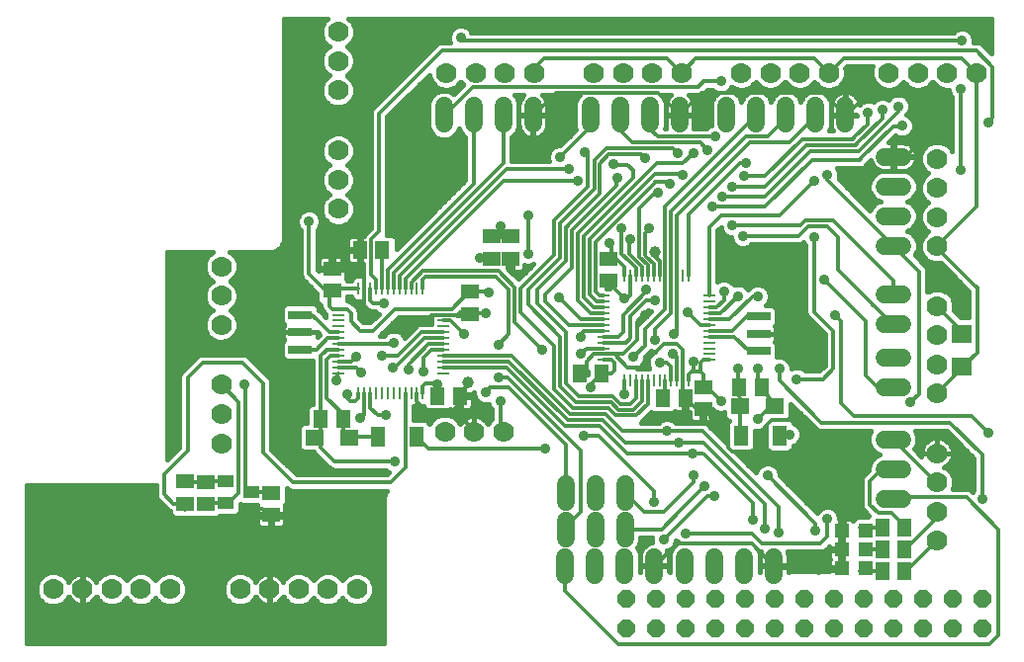
<source format=gtl>
G75*
G70*
%OFA0B0*%
%FSLAX24Y24*%
%IPPOS*%
%LPD*%
%AMOC8*
5,1,8,0,0,1.08239X$1,22.5*
%
%ADD10R,0.0394X0.0079*%
%ADD11R,0.0079X0.0394*%
%ADD12R,0.0591X0.0512*%
%ADD13R,0.0512X0.0591*%
%ADD14R,0.0630X0.0551*%
%ADD15C,0.0600*%
%ADD16R,0.0472X0.0709*%
%ADD17R,0.0710X0.0630*%
%ADD18OC8,0.0600*%
%ADD19C,0.0700*%
%ADD20R,0.0551X0.0394*%
%ADD21R,0.0472X0.0472*%
%ADD22R,0.0787X0.0315*%
%ADD23C,0.0357*%
%ADD24C,0.0120*%
%ADD25C,0.0396*%
%ADD26C,0.0160*%
D10*
X011352Y009776D03*
X011352Y009973D03*
X011352Y010170D03*
X011352Y010367D03*
X011352Y010564D03*
X011352Y010761D03*
X011352Y010958D03*
X011352Y011154D03*
X011352Y011351D03*
X011352Y011548D03*
X011352Y011745D03*
X011352Y011942D03*
X014896Y011942D03*
X014896Y011745D03*
X014896Y011548D03*
X014896Y011351D03*
X014896Y011154D03*
X014896Y010958D03*
X014896Y010761D03*
X014896Y010564D03*
X014896Y010367D03*
X014896Y010170D03*
X014896Y009973D03*
X014896Y009776D03*
X020309Y010219D03*
X020309Y010416D03*
X020309Y010613D03*
X020309Y010810D03*
X020309Y011007D03*
X020309Y011204D03*
X020309Y011400D03*
X020309Y011597D03*
X020309Y011794D03*
X020309Y011991D03*
X020309Y012188D03*
X020309Y012385D03*
X023852Y012385D03*
X023852Y012188D03*
X023852Y011991D03*
X023852Y011794D03*
X023852Y011597D03*
X023852Y011400D03*
X023852Y011204D03*
X023852Y011007D03*
X023852Y010810D03*
X023852Y010613D03*
X023852Y010416D03*
X023852Y010219D03*
D11*
X023163Y009530D03*
X022967Y009530D03*
X022770Y009530D03*
X022573Y009530D03*
X022376Y009530D03*
X022179Y009530D03*
X021982Y009530D03*
X021785Y009530D03*
X021589Y009530D03*
X021392Y009530D03*
X021195Y009530D03*
X020998Y009530D03*
X020998Y013074D03*
X021195Y013074D03*
X021392Y013074D03*
X021589Y013074D03*
X021785Y013074D03*
X021982Y013074D03*
X022179Y013074D03*
X022376Y013074D03*
X022573Y013074D03*
X022770Y013074D03*
X022967Y013074D03*
X023163Y013074D03*
X014207Y012631D03*
X014010Y012631D03*
X013813Y012631D03*
X013616Y012631D03*
X013419Y012631D03*
X013222Y012631D03*
X013026Y012631D03*
X012829Y012631D03*
X012632Y012631D03*
X012435Y012631D03*
X012238Y012631D03*
X012041Y012631D03*
X012041Y009087D03*
X012238Y009087D03*
X012435Y009087D03*
X012632Y009087D03*
X012829Y009087D03*
X013026Y009087D03*
X013222Y009087D03*
X013419Y009087D03*
X013616Y009087D03*
X013813Y009087D03*
X014010Y009087D03*
X014207Y009087D03*
D12*
X015780Y011771D03*
X015780Y012519D03*
X016520Y013639D03*
X017158Y013637D03*
X017158Y014385D03*
X016520Y014387D03*
X020457Y013645D03*
X020457Y012897D03*
X023656Y009314D03*
X023656Y008566D03*
X011158Y012550D03*
X011158Y013298D03*
X006892Y006111D03*
X006207Y006123D03*
X006207Y005375D03*
X006892Y005363D03*
X009097Y005733D03*
X009097Y004985D03*
D13*
X010774Y008223D03*
X011522Y008223D03*
X014703Y009007D03*
X015451Y009007D03*
X019492Y009776D03*
X020240Y009776D03*
X022297Y008940D03*
X023045Y008940D03*
X024864Y009306D03*
X025612Y009306D03*
X029679Y004560D03*
X030427Y004560D03*
X030427Y003822D03*
X029679Y003822D03*
X029679Y003084D03*
X030427Y003084D03*
X012841Y013932D03*
X012093Y013932D03*
D14*
X011742Y007613D03*
X010561Y007613D03*
X024887Y008666D03*
X026069Y008666D03*
D15*
X029753Y009310D02*
X030353Y009310D01*
X030353Y010310D02*
X029753Y010310D01*
X029753Y011436D02*
X030353Y011436D01*
X030353Y012436D02*
X029753Y012436D01*
X029763Y014078D02*
X030363Y014078D01*
X030363Y015078D02*
X029763Y015078D01*
X029763Y016078D02*
X030363Y016078D01*
X030363Y017078D02*
X029763Y017078D01*
X028441Y018187D02*
X028441Y018787D01*
X027441Y018787D02*
X027441Y018187D01*
X026441Y018187D02*
X026441Y018787D01*
X025441Y018787D02*
X025441Y018187D01*
X024441Y018187D02*
X024441Y018787D01*
X022862Y018787D02*
X022862Y018187D01*
X021862Y018187D02*
X021862Y018787D01*
X020862Y018787D02*
X020862Y018187D01*
X019862Y018187D02*
X019862Y018787D01*
X017921Y018787D02*
X017921Y018187D01*
X016921Y018187D02*
X016921Y018787D01*
X015921Y018787D02*
X015921Y018187D01*
X014921Y018187D02*
X014921Y018787D01*
X029753Y007538D02*
X030353Y007538D01*
X030353Y006538D02*
X029753Y006538D01*
X029753Y005538D02*
X030353Y005538D01*
X026041Y003580D02*
X026041Y002980D01*
X025041Y002980D02*
X025041Y003580D01*
X024041Y003580D02*
X024041Y002980D01*
X023041Y002980D02*
X023041Y003580D01*
X022006Y003580D02*
X022006Y002980D01*
X021006Y002980D02*
X021006Y003580D01*
X021014Y004211D02*
X021014Y004811D01*
X021014Y005441D02*
X021014Y006041D01*
X020014Y006041D02*
X020014Y005441D01*
X020014Y004811D02*
X020014Y004211D01*
X020006Y003580D02*
X020006Y002980D01*
X019006Y002980D02*
X019006Y003580D01*
X019014Y004211D02*
X019014Y004811D01*
X019014Y005441D02*
X019014Y006041D01*
D16*
X013996Y007619D03*
X012697Y007619D03*
X024927Y007678D03*
X026226Y007678D03*
D17*
X032355Y009994D03*
X032355Y011114D03*
D18*
X032051Y002156D03*
X033051Y002156D03*
X033051Y001156D03*
X032051Y001156D03*
X031051Y001156D03*
X030051Y001156D03*
X029051Y001156D03*
X028051Y001156D03*
X027051Y001156D03*
X026051Y001156D03*
X025051Y001156D03*
X024051Y001156D03*
X023051Y001156D03*
X022051Y001156D03*
X021051Y001156D03*
X021051Y002156D03*
X022051Y002156D03*
X023051Y002156D03*
X024051Y002156D03*
X025051Y002156D03*
X026051Y002156D03*
X027051Y002156D03*
X028051Y002156D03*
X029051Y002156D03*
X030051Y002156D03*
X031051Y002156D03*
D19*
X031530Y004117D03*
X031530Y005101D03*
X031530Y006086D03*
X031530Y007070D03*
X031530Y009087D03*
X031530Y010072D03*
X031530Y011056D03*
X031530Y012040D03*
X031530Y014058D03*
X031530Y015042D03*
X031530Y016026D03*
X031530Y017011D03*
X031874Y019914D03*
X030890Y019914D03*
X029906Y019914D03*
X027888Y019914D03*
X026904Y019914D03*
X025919Y019914D03*
X024935Y019914D03*
X022917Y019914D03*
X021933Y019914D03*
X020949Y019914D03*
X019965Y019914D03*
X017947Y019914D03*
X016963Y019914D03*
X015978Y019914D03*
X014994Y019914D03*
X011352Y020308D03*
X011352Y019324D03*
X011352Y021292D03*
X011360Y017284D03*
X011360Y016300D03*
X011360Y015316D03*
X007415Y013369D03*
X007415Y012385D03*
X007415Y011400D03*
X007415Y009383D03*
X007415Y008399D03*
X007415Y007414D03*
X008055Y002493D03*
X009039Y002493D03*
X010024Y002493D03*
X011008Y002493D03*
X011992Y002493D03*
X005693Y002493D03*
X004709Y002493D03*
X003724Y002493D03*
X002740Y002493D03*
X001756Y002493D03*
X014945Y007808D03*
X015929Y007808D03*
X016913Y007808D03*
X032858Y019914D03*
D20*
X008423Y005761D03*
X007557Y006135D03*
X007557Y005387D03*
D21*
X028311Y004461D03*
X029138Y004461D03*
X029138Y003822D03*
X028311Y003822D03*
X028311Y003182D03*
X029138Y003182D03*
D22*
X025526Y010515D03*
X025526Y011105D03*
X025526Y011696D03*
X010073Y011745D03*
X010073Y011154D03*
X010073Y010564D03*
D23*
X011303Y009530D03*
X011655Y009068D03*
X012112Y009797D03*
X011958Y010334D03*
X012832Y010348D03*
X013189Y009977D03*
X013712Y009897D03*
X014225Y009829D03*
X014695Y009401D03*
X015732Y009481D03*
X016323Y009137D03*
X016815Y008841D03*
X016766Y009629D03*
X018242Y010564D03*
X019522Y010416D03*
X019522Y011007D03*
X019522Y011007D03*
X021293Y010318D03*
X022178Y010143D03*
X022622Y010416D03*
X023311Y010170D03*
X022671Y011105D03*
X022032Y010908D03*
X021687Y011745D03*
X022032Y012237D03*
X022032Y012237D03*
X021736Y012582D03*
X021736Y012582D03*
X020998Y012286D03*
X020998Y012286D03*
X022032Y013861D03*
X021195Y014304D03*
X020900Y014649D03*
X020506Y014156D03*
X021835Y014649D03*
X022130Y015879D03*
X022524Y016174D03*
X022967Y016469D03*
X022783Y017212D03*
X023311Y017208D03*
X023803Y017306D03*
X024049Y017749D03*
X025083Y016863D03*
X025034Y016420D03*
X024640Y016076D03*
X024295Y015731D03*
X023951Y015387D03*
X024643Y014750D03*
X024986Y014402D03*
X027378Y014380D03*
X027740Y012926D03*
X028109Y011715D03*
X027559Y010016D03*
X026805Y009580D03*
X026215Y009924D03*
X025478Y009930D03*
X024828Y009930D03*
X024246Y008841D03*
X024004Y008302D03*
X022828Y007430D03*
X022428Y007830D03*
X023278Y007080D03*
X023328Y006330D03*
X023678Y005980D03*
X024028Y005630D03*
X025318Y004847D03*
X025716Y004531D03*
X026184Y004403D03*
X027444Y004462D03*
X027839Y004856D03*
X028429Y005987D03*
X025828Y006330D03*
X026559Y007710D03*
X025478Y008230D03*
X021982Y005446D03*
X022327Y004166D03*
X023065Y004363D03*
X018318Y007224D03*
X019620Y007660D03*
X020997Y009081D03*
X019866Y009284D03*
X016766Y010737D03*
X015585Y011105D03*
X016323Y011794D03*
X016323Y011794D03*
X016421Y012483D03*
X016421Y012483D03*
X017160Y013320D03*
X017750Y013812D03*
X016815Y014747D03*
X017750Y015091D03*
X019423Y016273D03*
X019128Y016666D03*
X018833Y017060D03*
X019649Y017241D03*
X020620Y016826D03*
X020770Y016365D03*
X021697Y017024D03*
X024246Y019619D03*
X027839Y016469D03*
X027396Y016273D03*
X030349Y018119D03*
X029690Y018664D03*
X030228Y018780D03*
X029202Y018566D03*
X032317Y019373D03*
X033252Y018241D03*
X032317Y016617D03*
X032366Y020997D03*
X024345Y012532D03*
X024828Y012380D03*
X025487Y012367D03*
X023114Y011843D03*
X018784Y012336D03*
X016126Y013664D03*
X014896Y015633D03*
X015573Y016315D03*
X013419Y016026D03*
X012337Y015534D03*
X010368Y014895D03*
X011500Y013910D03*
X012878Y012139D03*
X012484Y011745D03*
X013272Y011400D03*
X013222Y010811D03*
X012976Y008349D03*
X012091Y008251D03*
X013252Y006783D03*
X008498Y005200D03*
X006333Y001161D03*
X008203Y009383D03*
X007563Y010761D03*
X014059Y018881D03*
X015486Y021095D03*
X030644Y008792D03*
X033252Y007759D03*
X033055Y005544D03*
D24*
X033055Y007021D01*
X031972Y008103D01*
X027642Y008103D01*
X026215Y009530D01*
X026215Y009924D01*
X026805Y009580D02*
X027691Y009580D01*
X028035Y009924D01*
X028035Y011174D01*
X028035Y011204D01*
X027396Y011843D01*
X027378Y011861D01*
X027378Y014380D01*
X027178Y014730D02*
X027828Y014730D01*
X028178Y014380D01*
X028178Y013280D01*
X029378Y012080D01*
X029374Y012080D01*
X029351Y012103D01*
X030018Y011436D01*
X030053Y011436D01*
X029143Y011523D02*
X027740Y012926D01*
X028109Y011715D02*
X028282Y011543D01*
X028282Y008792D01*
X028282Y008784D01*
X028278Y008780D01*
X028728Y008330D01*
X032678Y008330D01*
X033249Y007759D01*
X033252Y007759D01*
X031530Y009087D02*
X032305Y009863D01*
X032355Y009994D01*
X032392Y009994D01*
X032878Y010480D01*
X032878Y012660D01*
X032809Y012729D01*
X031530Y014009D01*
X031530Y014058D01*
X032858Y015387D01*
X032858Y019914D01*
X032366Y020406D01*
X028380Y020406D01*
X027888Y019914D01*
X027396Y020406D01*
X023410Y020406D01*
X022917Y019914D01*
X022425Y020406D01*
X018291Y020406D01*
X017947Y020062D01*
X017947Y019914D01*
X018685Y019225D02*
X022130Y019225D01*
X022862Y018493D01*
X022862Y018487D01*
X022868Y018487D01*
X023606Y019225D01*
X027703Y019225D01*
X028441Y018487D01*
X028478Y018487D01*
X029167Y019176D01*
X030398Y019176D01*
X030890Y018684D01*
X030890Y017503D01*
X030447Y017060D01*
X030429Y017078D01*
X030063Y017078D01*
X030058Y018112D02*
X029006Y017060D01*
X028926Y016980D01*
X027478Y016980D01*
X027316Y016980D01*
X025722Y015387D01*
X023951Y015387D01*
X024246Y015091D02*
X026215Y015091D01*
X027396Y016273D01*
X027839Y016302D02*
X027839Y016469D01*
X027839Y016302D02*
X030063Y014078D01*
X030928Y013213D01*
X030928Y009765D01*
X030928Y009076D01*
X030644Y008792D01*
X030053Y009310D02*
X029538Y009310D01*
X029143Y009705D01*
X029143Y011523D01*
X029351Y012103D02*
X029315Y012139D01*
X030053Y012436D02*
X030053Y012905D01*
X028028Y014930D01*
X027078Y014930D01*
X026928Y014780D01*
X024678Y014780D01*
X024648Y014750D01*
X024643Y014750D01*
X024986Y014402D02*
X026850Y014402D01*
X027178Y014730D01*
X025821Y015830D02*
X027271Y017280D01*
X027578Y017280D01*
X027278Y017280D01*
X027378Y017480D02*
X027178Y017480D01*
X027127Y017480D02*
X027378Y017480D01*
X028800Y017480D01*
X028872Y017552D01*
X029690Y018369D01*
X029690Y018664D01*
X030152Y018536D02*
X030228Y018613D01*
X030228Y018780D01*
X030152Y018536D02*
X028921Y017306D01*
X028895Y017280D01*
X027578Y017280D01*
X027127Y017480D02*
X025722Y016076D01*
X024640Y016076D01*
X024295Y015731D02*
X025722Y015731D01*
X025821Y015830D01*
X025722Y016420D02*
X025034Y016420D01*
X024689Y016666D02*
X024886Y016863D01*
X025083Y016863D01*
X024689Y016666D02*
X023163Y015141D01*
X023163Y013074D01*
X022770Y013074D02*
X022770Y011843D01*
X022770Y011204D01*
X022671Y011105D01*
X022770Y010761D02*
X022327Y010761D01*
X021539Y009973D01*
X021097Y009973D01*
X020654Y010416D01*
X020949Y010416D01*
X021441Y010908D01*
X021441Y011499D01*
X021687Y011745D01*
X021195Y011696D02*
X021736Y012237D01*
X022032Y012237D01*
X022376Y011942D02*
X021687Y011253D01*
X021687Y010958D01*
X021687Y010711D01*
X021293Y010318D01*
X021047Y010810D02*
X021195Y010958D01*
X021195Y011696D01*
X020949Y011745D02*
X021736Y012532D01*
X021736Y012582D01*
X021785Y013074D02*
X021785Y013418D01*
X021490Y013713D01*
X021490Y015337D01*
X022032Y015879D01*
X022130Y015879D01*
X021982Y016174D02*
X022028Y016220D01*
X022478Y016220D01*
X022524Y016174D01*
X022524Y016174D01*
X022927Y016509D02*
X022022Y016509D01*
X019817Y014304D01*
X019817Y012434D01*
X020063Y012188D01*
X020309Y012188D01*
X020309Y012385D02*
X020161Y012385D01*
X020014Y012532D01*
X020014Y014206D01*
X021982Y016174D01*
X021293Y016371D02*
X021293Y016617D01*
X021097Y016814D01*
X020631Y016814D01*
X020620Y016826D01*
X020460Y017159D02*
X020164Y016844D01*
X020164Y015821D01*
X019041Y014698D01*
X019030Y014698D01*
X019075Y014743D01*
X019087Y014743D01*
X019030Y014698D02*
X019030Y013566D01*
X018045Y012582D01*
X018045Y012139D01*
X019030Y011154D01*
X019030Y009432D01*
X019472Y008989D01*
X020604Y008989D01*
X020850Y008743D01*
X021195Y008743D01*
X021392Y008940D01*
X021392Y009530D01*
X021589Y009530D02*
X021589Y008841D01*
X021293Y008546D01*
X020801Y008546D01*
X020555Y008792D01*
X019374Y008792D01*
X018833Y009334D01*
X018833Y011007D01*
X017750Y012089D01*
X017750Y012582D01*
X018833Y013664D01*
X018833Y014845D01*
X019984Y015996D01*
X019984Y016960D01*
X020034Y017010D01*
X020380Y017355D01*
X021853Y017355D01*
X022493Y017355D01*
X022641Y017355D01*
X022783Y017212D01*
X022967Y016863D02*
X023311Y017208D01*
X023557Y017552D02*
X023016Y017552D01*
X021264Y017552D01*
X020860Y017956D01*
X020860Y018485D01*
X020862Y018487D01*
X019862Y018487D02*
X019862Y018089D01*
X018833Y017060D01*
X019128Y016666D02*
X017012Y016666D01*
X013419Y013074D01*
X013419Y012631D01*
X013222Y012631D02*
X013222Y013172D01*
X013862Y013812D01*
X016921Y016871D01*
X016921Y016954D01*
X016921Y018487D01*
X015921Y018487D02*
X015921Y016166D01*
X013026Y013271D01*
X013026Y012631D01*
X012829Y012631D02*
X012829Y013920D01*
X012841Y013932D01*
X012467Y014287D02*
X012730Y014550D01*
X012730Y018536D01*
X014847Y020652D01*
X032858Y020652D01*
X033400Y020111D01*
X033400Y018389D01*
X033252Y018241D01*
X032317Y019373D02*
X032317Y016617D01*
X030349Y018119D02*
X030343Y018112D01*
X030058Y018112D01*
X029202Y018177D02*
X028774Y017749D01*
X028705Y017680D01*
X026978Y017680D01*
X026978Y017676D01*
X025722Y016420D01*
X025230Y017552D02*
X022770Y015091D01*
X022770Y013074D01*
X022573Y013074D02*
X022573Y011794D01*
X022032Y011253D01*
X022032Y010908D01*
X021687Y010958D02*
X021687Y011105D01*
X021047Y010810D02*
X020309Y010810D01*
X020309Y011007D02*
X020801Y011007D01*
X020949Y011154D01*
X020949Y011745D01*
X020309Y011794D02*
X019866Y011794D01*
X019423Y012237D01*
X019423Y014501D01*
X021269Y016346D01*
X021293Y016371D01*
X020770Y016365D02*
X020718Y016313D01*
X020718Y016092D01*
X019226Y014600D01*
X019226Y013320D01*
X018341Y012434D01*
X018341Y012188D01*
X019128Y011400D01*
X020309Y011400D01*
X020309Y011204D02*
X019620Y011204D01*
X019522Y011105D01*
X019522Y011007D01*
X019719Y010613D02*
X019522Y010416D01*
X019719Y010613D02*
X020309Y010613D01*
X020309Y010416D02*
X020654Y010416D01*
X020555Y010219D02*
X020309Y010219D01*
X020309Y010416D02*
X019965Y010416D01*
X019719Y010170D01*
X019719Y009747D01*
X019492Y009776D01*
X019866Y009402D02*
X020240Y009776D01*
X020260Y009776D01*
X020240Y009776D01*
X020211Y009776D01*
X020240Y009776D02*
X020240Y009757D01*
X020260Y009776D02*
X020555Y009776D01*
X020654Y009875D01*
X020654Y009895D01*
X020654Y010121D01*
X020555Y010219D01*
X020998Y009530D02*
X020998Y008999D01*
X020997Y009081D01*
X020457Y008595D02*
X019276Y008595D01*
X018636Y009235D01*
X018636Y010711D01*
X017504Y011843D01*
X017504Y012631D01*
X018636Y013763D01*
X018636Y014944D01*
X019769Y016077D01*
X019769Y017121D01*
X019649Y017241D01*
X020460Y017159D02*
X021225Y017159D01*
X021562Y017159D01*
X021697Y017024D01*
X021982Y016765D02*
X022081Y016863D01*
X022967Y016863D01*
X022927Y016509D02*
X022967Y016469D01*
X022967Y016471D01*
X021982Y016765D02*
X021884Y016666D01*
X019620Y014402D01*
X019620Y012336D01*
X019965Y011991D01*
X020309Y011991D01*
X020309Y011597D02*
X019522Y011597D01*
X018784Y012336D01*
X017307Y012680D02*
X017307Y011499D01*
X018242Y010564D01*
X017209Y010367D02*
X019177Y008399D01*
X020358Y008399D01*
X020604Y008152D01*
X020927Y007830D01*
X022428Y007830D01*
X023628Y007830D01*
X026178Y005280D01*
X026184Y005280D01*
X026184Y004403D01*
X025716Y004531D02*
X025716Y005365D01*
X025666Y005415D01*
X023852Y007230D01*
X023652Y007430D01*
X022828Y007430D01*
X021032Y007430D01*
X020506Y007956D01*
X020260Y008202D01*
X019079Y008202D01*
X017110Y010170D01*
X014896Y010170D01*
X014896Y009973D02*
X017012Y009973D01*
X018980Y008005D01*
X020161Y008005D01*
X020408Y007759D01*
X021086Y007080D01*
X023278Y007080D01*
X023628Y007080D01*
X023678Y007030D01*
X024078Y006630D01*
X025278Y005430D01*
X025318Y005390D01*
X025318Y004847D01*
X025293Y004363D02*
X025621Y004035D01*
X025626Y004030D01*
X025628Y004030D01*
X025633Y004035D01*
X027609Y004035D01*
X027839Y004265D01*
X027839Y004856D01*
X027444Y004714D02*
X027444Y004462D01*
X027444Y004714D02*
X025828Y006330D01*
X025578Y007130D02*
X024628Y007130D01*
X024478Y007280D01*
X024478Y007828D01*
X024004Y008302D01*
X023741Y008566D01*
X023656Y008566D01*
X023685Y008566D01*
X023754Y008497D01*
X023656Y008566D02*
X023419Y008566D01*
X023045Y008940D01*
X022967Y009019D01*
X022967Y009530D01*
X022967Y010564D01*
X022770Y010761D01*
X022671Y010416D02*
X022622Y010416D01*
X022671Y010416D02*
X022770Y010318D01*
X022770Y009530D01*
X022573Y009530D02*
X022573Y009776D01*
X022567Y009783D01*
X022567Y010012D01*
X022436Y010143D01*
X022178Y010143D01*
X022376Y009530D02*
X022376Y009019D01*
X022297Y008940D01*
X021785Y008743D02*
X021392Y008349D01*
X020703Y008349D01*
X020457Y008595D01*
X019866Y009284D02*
X019866Y009402D01*
X021785Y009530D02*
X021785Y008743D01*
X023163Y009530D02*
X023163Y009727D01*
X023262Y009826D01*
X023311Y009875D01*
X023311Y010170D01*
X023557Y010121D02*
X023557Y009826D01*
X023656Y009727D01*
X023656Y009314D01*
X023823Y009412D01*
X023823Y009265D01*
X024246Y008841D01*
X024887Y008666D02*
X024864Y009306D01*
X024878Y009319D01*
X024878Y009330D01*
X024828Y009380D01*
X024828Y009930D01*
X025478Y009930D02*
X025478Y009440D01*
X025612Y009306D01*
X025604Y009306D01*
X025578Y009280D01*
X025578Y009330D01*
X025612Y009306D02*
X026069Y008666D01*
X025914Y008666D01*
X025478Y008230D01*
X025728Y007980D02*
X025950Y008202D01*
X027149Y008202D01*
X027839Y007513D01*
X027839Y006578D01*
X028429Y005987D01*
X028429Y004580D01*
X028311Y004461D01*
X028311Y003822D01*
X028311Y003182D01*
X026140Y003182D01*
X026041Y003280D01*
X026018Y003280D01*
X025280Y004019D01*
X022770Y004019D01*
X022032Y003280D01*
X022006Y003280D01*
X022327Y004166D02*
X023114Y004954D01*
X023791Y005630D01*
X024028Y005630D01*
X023678Y005937D02*
X023678Y005980D01*
X023678Y005937D02*
X023628Y005887D01*
X022868Y005127D01*
X022252Y004511D01*
X021014Y004511D01*
X021014Y004511D01*
X021654Y005101D02*
X022327Y005101D01*
X023228Y006002D01*
X023328Y006102D01*
X023328Y006330D01*
X021982Y005790D02*
X021982Y005446D01*
X021654Y005101D02*
X021321Y005434D01*
X021014Y005741D01*
X021982Y005790D02*
X020112Y007660D01*
X019620Y007660D01*
X019522Y007168D02*
X017061Y009629D01*
X016766Y009629D01*
X016471Y009284D02*
X016323Y009137D01*
X016471Y009284D02*
X017110Y009284D01*
X019014Y007381D01*
X019014Y005741D01*
X019522Y005101D02*
X019522Y007168D01*
X018318Y007224D02*
X014391Y007224D01*
X013996Y007619D01*
X013252Y006783D02*
X013098Y006788D01*
X012919Y006789D01*
X011239Y006789D01*
X010774Y007255D01*
X010774Y007826D01*
X010561Y007613D01*
X010774Y007826D02*
X010774Y008223D01*
X010762Y008211D01*
X010762Y008152D01*
X010762Y008211D02*
X010762Y010269D01*
X010762Y010364D01*
X010962Y010564D01*
X010878Y010480D01*
X010962Y010564D02*
X011057Y010564D01*
X011352Y010564D01*
X011352Y010761D02*
X013172Y010761D01*
X013222Y010811D01*
X013432Y010429D02*
X013351Y010348D01*
X012832Y010348D01*
X013189Y009977D02*
X013275Y009977D01*
X013375Y010077D01*
X014256Y010958D01*
X014896Y010958D01*
X014896Y011154D02*
X014158Y011154D01*
X013432Y010429D01*
X013712Y010069D02*
X014404Y010761D01*
X014896Y010761D01*
X014896Y010564D02*
X014893Y010561D01*
X014482Y010561D01*
X014225Y010303D01*
X014225Y009829D01*
X014305Y009432D02*
X014664Y009432D01*
X014695Y009401D01*
X014703Y009393D01*
X014703Y009007D01*
X014695Y009015D01*
X014703Y009007D02*
X014748Y009074D01*
X014207Y009087D02*
X014207Y009334D01*
X014305Y009432D01*
X014010Y009087D02*
X014010Y008841D01*
X014306Y008545D01*
X015233Y008545D01*
X015929Y007850D01*
X015929Y007808D01*
X016815Y007906D02*
X016815Y008841D01*
X015732Y009481D02*
X015451Y009007D01*
X015486Y009111D01*
X015486Y008940D01*
X015468Y009010D02*
X015478Y009020D01*
X015468Y009010D02*
X015468Y008780D01*
X015233Y008545D01*
X016815Y007906D02*
X016913Y007808D01*
X013616Y006582D02*
X013120Y006086D01*
X009832Y006086D01*
X008823Y007095D01*
X008823Y009438D01*
X008424Y009836D01*
X008412Y009836D01*
X008125Y010123D01*
X006780Y010123D01*
X006282Y009625D01*
X006282Y007157D01*
X005497Y006373D01*
X005497Y005687D01*
X005809Y005376D01*
X006206Y005376D01*
X006207Y005375D01*
X006207Y005178D01*
X006892Y005363D02*
X006915Y005387D01*
X007557Y005387D01*
X007652Y005387D01*
X008006Y005741D01*
X008006Y008792D01*
X007415Y009383D01*
X008203Y009383D02*
X008226Y009357D01*
X008226Y005963D01*
X008400Y005790D01*
X008400Y005741D01*
X008419Y005761D01*
X008423Y005761D01*
X009069Y005761D01*
X009097Y005733D01*
X008793Y005200D02*
X008498Y005200D01*
X008793Y005200D02*
X009039Y004954D01*
X009089Y004954D01*
X009097Y004961D01*
X009097Y004985D01*
X009089Y004954D02*
X009089Y004658D01*
X006333Y001902D01*
X006333Y001164D01*
X006917Y006086D02*
X006892Y006111D01*
X006768Y006111D01*
X006207Y006123D01*
X006917Y006086D02*
X006923Y006086D01*
X006972Y006135D01*
X007557Y006135D01*
X011522Y007834D02*
X011742Y007613D01*
X011793Y007613D01*
X011795Y007611D01*
X011803Y007619D01*
X012697Y007619D01*
X012238Y008349D02*
X012091Y008251D01*
X012238Y008349D02*
X012238Y008546D01*
X012238Y009087D01*
X012041Y009087D02*
X012041Y008940D01*
X011943Y008841D01*
X011845Y008841D01*
X011746Y008841D01*
X011655Y008932D01*
X011655Y009068D01*
X011303Y009530D02*
X011303Y009678D01*
X011352Y009776D01*
X011353Y009973D02*
X011352Y009973D01*
X011353Y009973D02*
X011947Y009973D01*
X012112Y009808D01*
X012112Y009797D01*
X011794Y010170D02*
X011958Y010334D01*
X011794Y010170D02*
X011352Y010170D01*
X011352Y010367D02*
X011106Y010367D01*
X010959Y010219D01*
X010959Y008940D01*
X011451Y008448D01*
X011451Y008294D01*
X011522Y008223D01*
X011522Y007834D01*
X012435Y008595D02*
X012681Y008349D01*
X012976Y008349D01*
X012435Y008595D02*
X012435Y008891D01*
X012435Y009087D01*
X013616Y009087D02*
X013616Y006582D01*
X013712Y009897D02*
X013712Y010069D01*
X014896Y010367D02*
X017209Y010367D01*
X016766Y010737D02*
X017110Y011082D01*
X017110Y012582D01*
X016667Y013024D01*
X014305Y013024D01*
X014207Y012926D01*
X014207Y012631D01*
X013813Y012631D02*
X013813Y012828D01*
X014207Y013221D01*
X016766Y013221D01*
X017307Y012680D01*
X017160Y013320D02*
X017160Y013635D01*
X017158Y013637D01*
X017750Y013812D02*
X017750Y015091D01*
X017158Y014385D02*
X017127Y014353D01*
X016569Y014353D01*
X016618Y014402D01*
X016815Y014402D01*
X016815Y014747D01*
X016535Y014387D02*
X016520Y014387D01*
X016535Y014387D02*
X016569Y014353D01*
X016520Y013664D02*
X016126Y013664D01*
X016520Y013639D02*
X016520Y013664D01*
X016386Y012519D02*
X015780Y012519D01*
X015768Y012519D01*
X015191Y011942D01*
X014896Y011942D01*
X013272Y011942D01*
X012534Y011204D01*
X012093Y011204D01*
X011781Y011515D01*
X011781Y011810D01*
X011648Y011944D01*
X011354Y011944D01*
X011352Y011942D01*
X011156Y011942D01*
X011057Y012040D01*
X011057Y012434D01*
X011254Y012631D01*
X011254Y012680D01*
X011254Y012631D02*
X011471Y012631D01*
X011158Y012550D01*
X011148Y012560D01*
X011148Y012580D01*
X011158Y012590D01*
X011148Y012580D02*
X010928Y012580D01*
X010368Y013140D01*
X010368Y014895D01*
X011500Y013910D02*
X011500Y013320D01*
X011549Y013369D01*
X012041Y013369D01*
X012238Y013172D01*
X012238Y012631D01*
X012238Y011991D01*
X012484Y011745D01*
X012534Y012139D02*
X012878Y012139D01*
X012534Y012139D02*
X012435Y012237D01*
X012435Y012631D01*
X012632Y012631D02*
X012632Y012926D01*
X012467Y013091D01*
X012467Y014287D01*
X012093Y013932D02*
X012093Y015290D01*
X012337Y015534D01*
X013419Y016026D02*
X013419Y018241D01*
X014059Y018881D01*
X014921Y018487D02*
X014945Y018487D01*
X015889Y019431D01*
X023489Y019431D01*
X023677Y019619D01*
X024246Y019619D01*
X025441Y018487D02*
X025441Y018452D01*
X022376Y015387D01*
X022376Y013074D01*
X022376Y011942D01*
X023114Y011843D02*
X023557Y011400D01*
X023852Y011400D01*
X023852Y011204D02*
X024640Y011204D01*
X025132Y011696D01*
X025526Y011696D01*
X025526Y011105D02*
X027199Y011105D01*
X027570Y010734D01*
X027570Y010028D01*
X027559Y010016D01*
X025526Y010515D02*
X025181Y010515D01*
X024689Y011007D01*
X023852Y011007D01*
X023852Y011597D02*
X024541Y011597D01*
X025311Y012367D01*
X025487Y012367D01*
X024828Y012380D02*
X024242Y011794D01*
X023852Y011794D01*
X023852Y011991D02*
X024098Y011991D01*
X024345Y012237D01*
X024345Y012532D01*
X023852Y012385D02*
X023852Y014698D01*
X024246Y015091D01*
X022573Y015239D02*
X022573Y013074D01*
X022179Y013074D02*
X022179Y013566D01*
X022032Y013713D01*
X022032Y013861D01*
X021736Y013713D02*
X021687Y013763D01*
X021687Y014501D01*
X021785Y014599D01*
X021835Y014649D01*
X021195Y014304D02*
X021146Y014255D01*
X021146Y013812D01*
X021589Y013369D01*
X021589Y013074D01*
X021392Y013074D02*
X021392Y013320D01*
X021146Y013566D01*
X020900Y013812D01*
X020900Y014649D01*
X020506Y014156D02*
X020555Y014107D01*
X020555Y013812D01*
X020722Y013645D01*
X020998Y013369D01*
X020998Y013074D01*
X021195Y013074D02*
X021195Y012385D01*
X021097Y012286D01*
X020998Y012286D01*
X020457Y012828D01*
X020457Y012897D01*
X020457Y013645D02*
X020722Y013645D01*
X021736Y013713D02*
X021982Y013467D01*
X021982Y013074D01*
X022573Y015239D02*
X025083Y017749D01*
X025821Y017749D01*
X026441Y018369D01*
X026441Y018487D01*
X026559Y017552D02*
X027441Y018434D01*
X027441Y018487D01*
X026559Y017552D02*
X025230Y017552D01*
X024049Y017749D02*
X022476Y017749D01*
X022376Y017749D01*
X022124Y017749D01*
X021862Y018011D01*
X021862Y018487D01*
X021862Y018487D01*
X022376Y017749D02*
X022474Y017749D01*
X023557Y017552D02*
X023803Y017306D01*
X019423Y016273D02*
X016913Y016273D01*
X013616Y012975D01*
X013616Y012631D01*
X014502Y011745D02*
X014896Y011745D01*
X015437Y011745D01*
X015463Y011771D01*
X015780Y011771D01*
X015803Y011794D01*
X016323Y011794D01*
X016421Y012483D02*
X016386Y012519D01*
X015142Y011548D02*
X015585Y011105D01*
X015142Y011548D02*
X014896Y011548D01*
X014502Y011745D02*
X014158Y011400D01*
X013272Y011400D01*
X012041Y012631D02*
X011534Y012631D01*
X011158Y012550D01*
X011158Y013298D02*
X011500Y013349D01*
X011500Y013369D01*
X011451Y013320D01*
X011500Y013369D02*
X011549Y013369D01*
X012041Y013369D02*
X012093Y013420D01*
X012093Y013932D01*
X014896Y015633D02*
X015573Y016310D01*
X015573Y016315D01*
X017947Y018487D02*
X018685Y019225D01*
X015585Y020997D02*
X015486Y021095D01*
X015585Y020997D02*
X032366Y020997D01*
X029202Y018566D02*
X029202Y018177D01*
X031530Y012040D02*
X032305Y011265D01*
X032355Y011114D01*
X030053Y007538D02*
X031506Y006086D01*
X031530Y006086D01*
X032516Y005591D02*
X030111Y005591D01*
X030064Y005544D01*
X030059Y005544D01*
X030053Y005538D01*
X030004Y005052D02*
X029561Y005052D01*
X029266Y005347D01*
X029266Y006135D01*
X029660Y006528D01*
X030053Y006528D01*
X030053Y006538D01*
X031530Y005101D02*
X031530Y004904D01*
X030447Y003822D01*
X030427Y003822D01*
X029679Y003822D02*
X029138Y003822D01*
X029138Y004461D02*
X028941Y004560D01*
X029679Y004560D01*
X030004Y005052D02*
X030280Y004776D01*
X030427Y004560D01*
X031530Y004117D02*
X030496Y003084D01*
X030427Y003084D01*
X029679Y003084D02*
X028941Y003084D01*
X029138Y003182D01*
X025293Y004363D02*
X023065Y004363D01*
X019522Y005101D02*
X019014Y004593D01*
X019014Y004511D01*
X019006Y003280D02*
X019006Y002418D01*
X020801Y000623D01*
X033301Y000623D01*
X033597Y000918D01*
X033597Y004511D01*
X032516Y005591D01*
X026559Y007710D02*
X026208Y007710D01*
X026226Y007678D01*
X025728Y007980D02*
X025728Y007280D01*
X025578Y007130D01*
X024928Y007679D02*
X024928Y007680D01*
X024928Y007679D02*
X024927Y007678D01*
X024880Y007678D01*
X024878Y007680D01*
X024937Y007739D01*
X024887Y007789D01*
X024887Y008666D01*
X023557Y009826D02*
X023262Y009826D01*
X023557Y010121D02*
X023656Y010219D01*
X023852Y010219D01*
X011352Y010958D02*
X011008Y010958D01*
X010614Y010564D01*
X010073Y010564D01*
X010073Y011154D02*
X007957Y011154D01*
X007563Y010761D01*
X010073Y011745D02*
X010467Y011745D01*
X010614Y011597D01*
X011057Y011154D01*
X011352Y011154D01*
D25*
X015732Y009481D03*
X022032Y013861D03*
D26*
X000863Y005995D02*
X000863Y000665D01*
X012883Y000665D01*
X012883Y005586D01*
X012957Y005765D01*
X012998Y005806D01*
X009776Y005806D01*
X009673Y005849D01*
X009612Y005910D01*
X009612Y005386D01*
X009551Y005325D01*
X009560Y005311D01*
X009572Y005265D01*
X009572Y005033D01*
X009144Y005033D01*
X009144Y004937D01*
X009144Y004549D01*
X009415Y004549D01*
X009461Y004561D01*
X009502Y004585D01*
X009536Y004619D01*
X009560Y004660D01*
X009572Y004706D01*
X009572Y004937D01*
X009144Y004937D01*
X009049Y004937D01*
X009049Y004549D01*
X008778Y004549D01*
X008732Y004561D01*
X008691Y004585D01*
X008657Y004619D01*
X008634Y004660D01*
X008621Y004706D01*
X008621Y004937D01*
X009049Y004937D01*
X009049Y005033D01*
X008621Y005033D01*
X008621Y005265D01*
X008634Y005311D01*
X008642Y005325D01*
X008623Y005344D01*
X008057Y005344D01*
X008053Y005348D01*
X008053Y005099D01*
X007924Y004970D01*
X007361Y004970D01*
X007278Y004887D01*
X006505Y004887D01*
X006494Y004899D01*
X006265Y004899D01*
X006262Y004898D01*
X006151Y004898D01*
X006149Y004899D01*
X005820Y004899D01*
X005691Y005028D01*
X005691Y005121D01*
X005650Y005138D01*
X005571Y005217D01*
X005260Y005529D01*
X005217Y005632D01*
X005217Y006004D01*
X005194Y005995D01*
X000863Y005995D01*
X000863Y005886D02*
X005217Y005886D01*
X005217Y005728D02*
X000863Y005728D01*
X000863Y005569D02*
X005243Y005569D01*
X005378Y005411D02*
X000863Y005411D01*
X000863Y005252D02*
X005536Y005252D01*
X005691Y005094D02*
X000863Y005094D01*
X000863Y004935D02*
X005784Y004935D01*
X007326Y004935D02*
X008621Y004935D01*
X008621Y004777D02*
X000863Y004777D01*
X000863Y004618D02*
X008658Y004618D01*
X009049Y004618D02*
X009144Y004618D01*
X009144Y004777D02*
X009049Y004777D01*
X009049Y004935D02*
X009144Y004935D01*
X009572Y004935D02*
X012883Y004935D01*
X012883Y004777D02*
X009572Y004777D01*
X009535Y004618D02*
X012883Y004618D01*
X012883Y004460D02*
X000863Y004460D01*
X000863Y004301D02*
X012883Y004301D01*
X012883Y004143D02*
X000863Y004143D01*
X000863Y003984D02*
X012883Y003984D01*
X012883Y003826D02*
X000863Y003826D01*
X000863Y003667D02*
X012883Y003667D01*
X012883Y003509D02*
X000863Y003509D01*
X000863Y003350D02*
X012883Y003350D01*
X012883Y003192D02*
X000863Y003192D01*
X000863Y003033D02*
X001570Y003033D01*
X001643Y003063D02*
X001433Y002976D01*
X001273Y002816D01*
X001186Y002606D01*
X001186Y002380D01*
X001273Y002170D01*
X001433Y002010D01*
X001643Y001923D01*
X001869Y001923D01*
X002079Y002010D01*
X002239Y002170D01*
X002271Y002247D01*
X002287Y002215D01*
X002336Y002148D01*
X002395Y002089D01*
X002462Y002040D01*
X002537Y002002D01*
X002616Y001976D01*
X002699Y001963D01*
X002732Y001963D01*
X002732Y002484D01*
X002749Y002484D01*
X002749Y001963D01*
X002782Y001963D01*
X002864Y001976D01*
X002944Y002002D01*
X003018Y002040D01*
X003085Y002089D01*
X003144Y002148D01*
X003194Y002215D01*
X003210Y002247D01*
X003241Y002170D01*
X003402Y002010D01*
X003611Y001923D01*
X003838Y001923D01*
X004047Y002010D01*
X004208Y002170D01*
X004217Y002192D01*
X004225Y002170D01*
X004386Y002010D01*
X004595Y001923D01*
X004822Y001923D01*
X005032Y002010D01*
X005192Y002170D01*
X005201Y002192D01*
X005210Y002170D01*
X005370Y002010D01*
X005580Y001923D01*
X005806Y001923D01*
X006016Y002010D01*
X006176Y002170D01*
X006263Y002380D01*
X006263Y002606D01*
X006176Y002816D01*
X006016Y002976D01*
X005806Y003063D01*
X005580Y003063D01*
X005370Y002976D01*
X005210Y002816D01*
X005201Y002794D01*
X005192Y002816D01*
X005032Y002976D01*
X004822Y003063D01*
X004595Y003063D01*
X004386Y002976D01*
X004225Y002816D01*
X004217Y002794D01*
X004208Y002816D01*
X004047Y002976D01*
X003838Y003063D01*
X003611Y003063D01*
X003402Y002976D01*
X003241Y002816D01*
X003210Y002739D01*
X003194Y002771D01*
X003144Y002838D01*
X003085Y002897D01*
X003018Y002946D01*
X002944Y002984D01*
X002864Y003010D01*
X002782Y003023D01*
X002749Y003023D01*
X002749Y002502D01*
X002732Y002502D01*
X002732Y003023D01*
X002699Y003023D01*
X002616Y003010D01*
X002537Y002984D01*
X002462Y002946D01*
X002395Y002897D01*
X002336Y002838D01*
X002287Y002771D01*
X002271Y002739D01*
X002239Y002816D01*
X002079Y002976D01*
X001869Y003063D01*
X001643Y003063D01*
X001942Y003033D02*
X003539Y003033D01*
X003300Y002875D02*
X003108Y002875D01*
X002749Y002875D02*
X002732Y002875D01*
X002732Y002716D02*
X002749Y002716D01*
X002732Y002558D02*
X002749Y002558D01*
X002732Y002399D02*
X002749Y002399D01*
X002732Y002241D02*
X002749Y002241D01*
X002732Y002082D02*
X002749Y002082D01*
X003076Y002082D02*
X003329Y002082D01*
X003212Y002241D02*
X003206Y002241D01*
X003610Y001924D02*
X001871Y001924D01*
X001641Y001924D02*
X000863Y001924D01*
X000863Y002082D02*
X001361Y002082D01*
X001244Y002241D02*
X000863Y002241D01*
X000863Y002399D02*
X001186Y002399D01*
X001186Y002558D02*
X000863Y002558D01*
X000863Y002716D02*
X001231Y002716D01*
X001331Y002875D02*
X000863Y002875D01*
X002181Y002875D02*
X002372Y002875D01*
X002274Y002241D02*
X002268Y002241D01*
X002151Y002082D02*
X002404Y002082D01*
X000863Y001765D02*
X012883Y001765D01*
X012883Y001607D02*
X000863Y001607D01*
X000863Y001448D02*
X012883Y001448D01*
X012883Y001290D02*
X000863Y001290D01*
X000863Y001131D02*
X012883Y001131D01*
X012883Y000973D02*
X000863Y000973D01*
X000863Y000814D02*
X012883Y000814D01*
X012883Y001924D02*
X012107Y001924D01*
X012106Y001923D02*
X012315Y002010D01*
X012475Y002170D01*
X012562Y002380D01*
X012562Y002606D01*
X012475Y002816D01*
X012315Y002976D01*
X012106Y003063D01*
X011879Y003063D01*
X011669Y002976D01*
X011509Y002816D01*
X011500Y002794D01*
X011491Y002816D01*
X011331Y002976D01*
X011121Y003063D01*
X010895Y003063D01*
X010685Y002976D01*
X010525Y002816D01*
X010516Y002794D01*
X010507Y002816D01*
X010347Y002976D01*
X010137Y003063D01*
X009910Y003063D01*
X009701Y002976D01*
X009540Y002816D01*
X009509Y002739D01*
X009493Y002771D01*
X009444Y002838D01*
X009385Y002897D01*
X009317Y002946D01*
X009243Y002984D01*
X009164Y003010D01*
X009081Y003023D01*
X009048Y003023D01*
X009048Y002502D01*
X009031Y002502D01*
X009031Y003023D01*
X008998Y003023D01*
X008915Y003010D01*
X008836Y002984D01*
X008762Y002946D01*
X008694Y002897D01*
X008635Y002838D01*
X008586Y002771D01*
X008570Y002739D01*
X008538Y002816D01*
X008378Y002976D01*
X008169Y003063D01*
X007942Y003063D01*
X007732Y002976D01*
X007572Y002816D01*
X007485Y002606D01*
X007485Y002380D01*
X007572Y002170D01*
X007732Y002010D01*
X007942Y001923D01*
X008169Y001923D01*
X008378Y002010D01*
X008538Y002170D01*
X008570Y002247D01*
X008586Y002215D01*
X008635Y002148D01*
X008694Y002089D01*
X008762Y002040D01*
X008836Y002002D01*
X008915Y001976D01*
X008998Y001963D01*
X009031Y001963D01*
X009031Y002484D01*
X009048Y002484D01*
X009048Y001963D01*
X009081Y001963D01*
X009164Y001976D01*
X009243Y002002D01*
X009317Y002040D01*
X009385Y002089D01*
X009444Y002148D01*
X009493Y002215D01*
X009509Y002247D01*
X009540Y002170D01*
X009701Y002010D01*
X009910Y001923D01*
X010137Y001923D01*
X010347Y002010D01*
X010507Y002170D01*
X010516Y002192D01*
X010525Y002170D01*
X010685Y002010D01*
X010895Y001923D01*
X011121Y001923D01*
X011331Y002010D01*
X011491Y002170D01*
X011500Y002192D01*
X011509Y002170D01*
X011669Y002010D01*
X011879Y001923D01*
X012106Y001923D01*
X011878Y001924D02*
X011123Y001924D01*
X010893Y001924D02*
X010138Y001924D01*
X009909Y001924D02*
X008170Y001924D01*
X007941Y001924D02*
X005808Y001924D01*
X005578Y001924D02*
X004823Y001924D01*
X004594Y001924D02*
X003839Y001924D01*
X004120Y002082D02*
X004314Y002082D01*
X005104Y002082D02*
X005298Y002082D01*
X006088Y002082D02*
X007660Y002082D01*
X007543Y002241D02*
X006205Y002241D01*
X006263Y002399D02*
X007485Y002399D01*
X007485Y002558D02*
X006263Y002558D01*
X006218Y002716D02*
X007531Y002716D01*
X007631Y002875D02*
X006118Y002875D01*
X005879Y003033D02*
X007869Y003033D01*
X008241Y003033D02*
X009838Y003033D01*
X009599Y002875D02*
X009407Y002875D01*
X009048Y002875D02*
X009031Y002875D01*
X009031Y002716D02*
X009048Y002716D01*
X009031Y002558D02*
X009048Y002558D01*
X009031Y002399D02*
X009048Y002399D01*
X009031Y002241D02*
X009048Y002241D01*
X009031Y002082D02*
X009048Y002082D01*
X009375Y002082D02*
X009629Y002082D01*
X009511Y002241D02*
X009506Y002241D01*
X008703Y002082D02*
X008450Y002082D01*
X008568Y002241D02*
X008573Y002241D01*
X008480Y002875D02*
X008671Y002875D01*
X010209Y003033D02*
X010822Y003033D01*
X010583Y002875D02*
X010448Y002875D01*
X011194Y003033D02*
X011806Y003033D01*
X011568Y002875D02*
X011433Y002875D01*
X012178Y003033D02*
X012883Y003033D01*
X012883Y002875D02*
X012417Y002875D01*
X012517Y002716D02*
X012883Y002716D01*
X012883Y002558D02*
X012562Y002558D01*
X012562Y002399D02*
X012883Y002399D01*
X012883Y002241D02*
X012505Y002241D01*
X012387Y002082D02*
X012883Y002082D01*
X011597Y002082D02*
X011403Y002082D01*
X010613Y002082D02*
X010419Y002082D01*
X009572Y005094D02*
X012883Y005094D01*
X012883Y005252D02*
X009572Y005252D01*
X009612Y005411D02*
X012883Y005411D01*
X012883Y005569D02*
X009612Y005569D01*
X009612Y005728D02*
X012941Y005728D01*
X013004Y006366D02*
X009948Y006366D01*
X009103Y007211D01*
X009103Y009494D01*
X009060Y009597D01*
X008662Y009995D01*
X008583Y010074D01*
X008562Y010083D01*
X008363Y010282D01*
X008284Y010360D01*
X008181Y010403D01*
X006725Y010403D01*
X006622Y010360D01*
X006123Y009862D01*
X006045Y009783D01*
X006002Y009680D01*
X006002Y007273D01*
X005583Y006854D01*
X005583Y013865D01*
X007123Y013865D01*
X007093Y013852D01*
X006932Y013692D01*
X006845Y013482D01*
X006845Y013256D01*
X006932Y013046D01*
X007093Y012886D01*
X007114Y012877D01*
X007093Y012868D01*
X006932Y012708D01*
X006845Y012498D01*
X006845Y012271D01*
X006932Y012062D01*
X007093Y011902D01*
X007114Y011893D01*
X007093Y011884D01*
X006932Y011723D01*
X006845Y011514D01*
X006845Y011287D01*
X006932Y011078D01*
X007093Y010917D01*
X007302Y010830D01*
X007529Y010830D01*
X007738Y010917D01*
X007899Y011078D01*
X007985Y011287D01*
X007985Y011514D01*
X007899Y011723D01*
X007738Y011884D01*
X007717Y011893D01*
X007738Y011902D01*
X007899Y012062D01*
X007985Y012271D01*
X007985Y012498D01*
X007899Y012708D01*
X007738Y012868D01*
X007717Y012877D01*
X007738Y012886D01*
X007899Y013046D01*
X007985Y013256D01*
X007985Y013482D01*
X007899Y013692D01*
X007738Y013852D01*
X007707Y013865D01*
X009134Y013865D01*
X009313Y013939D01*
X009449Y014075D01*
X009523Y014254D01*
X009523Y021745D01*
X010999Y021745D01*
X010869Y021615D01*
X010782Y021406D01*
X010782Y021179D01*
X010869Y020969D01*
X011030Y020809D01*
X011051Y020800D01*
X011030Y020791D01*
X010869Y020631D01*
X010782Y020421D01*
X010782Y020195D01*
X010869Y019985D01*
X011030Y019825D01*
X011051Y019816D01*
X011030Y019807D01*
X010869Y019647D01*
X010782Y019437D01*
X010782Y019210D01*
X010869Y019001D01*
X011030Y018840D01*
X011239Y018754D01*
X011466Y018754D01*
X011675Y018840D01*
X011836Y019001D01*
X011922Y019210D01*
X011922Y019437D01*
X011836Y019647D01*
X011675Y019807D01*
X011654Y019816D01*
X011675Y019825D01*
X011836Y019985D01*
X011922Y020195D01*
X011922Y020421D01*
X011836Y020631D01*
X011675Y020791D01*
X011654Y020800D01*
X011675Y020809D01*
X011836Y020969D01*
X011922Y021179D01*
X011922Y021406D01*
X011836Y021615D01*
X011706Y021745D01*
X033353Y021745D01*
X033353Y020554D01*
X033017Y020890D01*
X032914Y020932D01*
X032765Y020932D01*
X032765Y021076D01*
X032704Y021223D01*
X032592Y021335D01*
X032445Y021395D01*
X032287Y021395D01*
X032141Y021335D01*
X032083Y021277D01*
X015842Y021277D01*
X015824Y021321D01*
X015712Y021433D01*
X015566Y021494D01*
X015407Y021494D01*
X015261Y021433D01*
X015149Y021321D01*
X015088Y021175D01*
X015088Y021016D01*
X015123Y020932D01*
X014791Y020932D01*
X014688Y020890D01*
X014609Y020811D01*
X012493Y018695D01*
X012450Y018592D01*
X012450Y014666D01*
X012230Y014445D01*
X012214Y014407D01*
X012141Y014407D01*
X012141Y013980D01*
X012045Y013980D01*
X012045Y014407D01*
X011813Y014407D01*
X011767Y014395D01*
X011726Y014371D01*
X011693Y014338D01*
X011669Y014297D01*
X011657Y014251D01*
X011657Y013980D01*
X012045Y013980D01*
X012045Y013884D01*
X012141Y013884D01*
X012141Y013457D01*
X012187Y013457D01*
X012187Y013035D01*
X012189Y013031D01*
X012172Y013048D01*
X011911Y013048D01*
X011782Y012919D01*
X011782Y012911D01*
X011659Y012911D01*
X011612Y012958D01*
X011621Y012973D01*
X011633Y013019D01*
X011882Y013019D01*
X011633Y013019D02*
X011633Y013250D01*
X011205Y013250D01*
X011205Y013346D01*
X011110Y013346D01*
X011110Y013734D01*
X010839Y013734D01*
X010793Y013722D01*
X010752Y013698D01*
X010718Y013665D01*
X010695Y013623D01*
X010682Y013578D01*
X010682Y013346D01*
X011110Y013346D01*
X011110Y013250D01*
X010682Y013250D01*
X010682Y013222D01*
X010648Y013256D01*
X010648Y014611D01*
X010706Y014669D01*
X010767Y014815D01*
X010767Y014974D01*
X010706Y015120D01*
X010594Y015232D01*
X010447Y015293D01*
X010289Y015293D01*
X010142Y015232D01*
X010030Y015120D01*
X009970Y014974D01*
X009970Y014815D01*
X010030Y014669D01*
X010088Y014611D01*
X010088Y013084D01*
X010131Y012981D01*
X010642Y012470D01*
X010642Y012203D01*
X010771Y012074D01*
X010777Y012074D01*
X010777Y011985D01*
X010820Y011882D01*
X010899Y011803D01*
X010936Y011766D01*
X010936Y011672D01*
X010852Y011756D01*
X010687Y011921D01*
X010687Y011994D01*
X010558Y012122D01*
X009588Y012122D01*
X009459Y011994D01*
X009459Y011496D01*
X009534Y011421D01*
X009511Y011381D01*
X009499Y011336D01*
X009499Y011154D01*
X009499Y010973D01*
X009511Y010927D01*
X009534Y010888D01*
X009459Y010812D01*
X009459Y010315D01*
X009588Y010186D01*
X010482Y010186D01*
X010482Y008739D01*
X009103Y008739D01*
X009103Y008581D02*
X010298Y008581D01*
X010298Y008610D02*
X010298Y008109D01*
X010155Y008109D01*
X010026Y007980D01*
X010026Y007246D01*
X010155Y007117D01*
X010527Y007117D01*
X010536Y007096D01*
X011002Y006630D01*
X011081Y006552D01*
X011184Y006509D01*
X012919Y006509D01*
X012962Y006509D01*
X013026Y006445D01*
X013066Y006429D01*
X013004Y006366D01*
X011157Y006520D02*
X009794Y006520D01*
X009636Y006679D02*
X010954Y006679D01*
X010795Y006837D02*
X009477Y006837D01*
X009319Y006996D02*
X010637Y006996D01*
X010118Y007154D02*
X009160Y007154D01*
X009103Y007313D02*
X010026Y007313D01*
X010026Y007471D02*
X009103Y007471D01*
X009103Y007630D02*
X010026Y007630D01*
X010026Y007788D02*
X009103Y007788D01*
X009103Y007947D02*
X010026Y007947D01*
X010151Y008105D02*
X009103Y008105D01*
X009103Y008264D02*
X010298Y008264D01*
X010298Y008422D02*
X009103Y008422D01*
X009103Y008898D02*
X010482Y008898D01*
X010482Y009056D02*
X009103Y009056D01*
X009103Y009215D02*
X010482Y009215D01*
X010482Y009373D02*
X009103Y009373D01*
X009087Y009532D02*
X010482Y009532D01*
X010482Y009690D02*
X008967Y009690D01*
X008808Y009849D02*
X010482Y009849D01*
X010482Y010007D02*
X008650Y010007D01*
X008479Y010166D02*
X010482Y010166D01*
X009459Y010324D02*
X008320Y010324D01*
X007779Y010958D02*
X009503Y010958D01*
X009499Y011117D02*
X007915Y011117D01*
X007980Y011275D02*
X009499Y011275D01*
X009499Y011154D02*
X010073Y011154D01*
X010073Y011154D01*
X010647Y011154D01*
X010647Y010992D01*
X010735Y011081D01*
X010647Y011169D01*
X010647Y011154D01*
X010073Y011154D01*
X009499Y011154D01*
X009522Y011434D02*
X007985Y011434D01*
X007953Y011592D02*
X009459Y011592D01*
X009459Y011751D02*
X007871Y011751D01*
X007746Y011909D02*
X009459Y011909D01*
X009533Y012068D02*
X007901Y012068D01*
X007967Y012226D02*
X010642Y012226D01*
X010642Y012385D02*
X007985Y012385D01*
X007967Y012543D02*
X010569Y012543D01*
X010411Y012702D02*
X007901Y012702D01*
X007746Y012860D02*
X010252Y012860D01*
X010115Y013019D02*
X007871Y013019D01*
X007953Y013177D02*
X010088Y013177D01*
X010088Y013336D02*
X007985Y013336D01*
X007981Y013494D02*
X010088Y013494D01*
X010088Y013653D02*
X007915Y013653D01*
X007779Y013811D02*
X010088Y013811D01*
X010088Y013970D02*
X009343Y013970D01*
X009471Y014128D02*
X010088Y014128D01*
X010088Y014287D02*
X009523Y014287D01*
X009523Y014445D02*
X010088Y014445D01*
X010088Y014604D02*
X009523Y014604D01*
X009523Y014762D02*
X009992Y014762D01*
X009970Y014921D02*
X009523Y014921D01*
X009523Y015079D02*
X010013Y015079D01*
X010155Y015238D02*
X009523Y015238D01*
X009523Y015396D02*
X010790Y015396D01*
X010790Y015429D02*
X010790Y015202D01*
X010877Y014993D01*
X011037Y014833D01*
X011247Y014746D01*
X011474Y014746D01*
X011683Y014833D01*
X011844Y014993D01*
X011930Y015202D01*
X011930Y015429D01*
X011844Y015639D01*
X011683Y015799D01*
X011662Y015808D01*
X011683Y015817D01*
X011844Y015977D01*
X011930Y016187D01*
X011930Y016413D01*
X011844Y016623D01*
X011683Y016783D01*
X011662Y016792D01*
X011683Y016801D01*
X011844Y016961D01*
X011930Y017171D01*
X011930Y017398D01*
X011844Y017607D01*
X011683Y017768D01*
X011474Y017854D01*
X011247Y017854D01*
X011037Y017768D01*
X010877Y017607D01*
X010790Y017398D01*
X010790Y017171D01*
X010877Y016961D01*
X011037Y016801D01*
X011059Y016792D01*
X011037Y016783D01*
X010877Y016623D01*
X010790Y016413D01*
X010790Y016187D01*
X010877Y015977D01*
X011037Y015817D01*
X011059Y015808D01*
X011037Y015799D01*
X010877Y015639D01*
X010790Y015429D01*
X010842Y015555D02*
X009523Y015555D01*
X009523Y015713D02*
X010951Y015713D01*
X010983Y015872D02*
X009523Y015872D01*
X009523Y016030D02*
X010855Y016030D01*
X010790Y016189D02*
X009523Y016189D01*
X009523Y016347D02*
X010790Y016347D01*
X010828Y016506D02*
X009523Y016506D01*
X009523Y016664D02*
X010918Y016664D01*
X011016Y016823D02*
X009523Y016823D01*
X009523Y016981D02*
X010869Y016981D01*
X010803Y017140D02*
X009523Y017140D01*
X009523Y017298D02*
X010790Y017298D01*
X010815Y017457D02*
X009523Y017457D01*
X009523Y017615D02*
X010885Y017615D01*
X011052Y017774D02*
X009523Y017774D01*
X009523Y017932D02*
X012450Y017932D01*
X012450Y017774D02*
X011669Y017774D01*
X011836Y017615D02*
X012450Y017615D01*
X012450Y017457D02*
X011906Y017457D01*
X011930Y017298D02*
X012450Y017298D01*
X012450Y017140D02*
X011917Y017140D01*
X011852Y016981D02*
X012450Y016981D01*
X012450Y016823D02*
X011705Y016823D01*
X011802Y016664D02*
X012450Y016664D01*
X012450Y016506D02*
X011892Y016506D01*
X011930Y016347D02*
X012450Y016347D01*
X012450Y016189D02*
X011930Y016189D01*
X011865Y016030D02*
X012450Y016030D01*
X012450Y015872D02*
X011738Y015872D01*
X011769Y015713D02*
X012450Y015713D01*
X012450Y015555D02*
X011878Y015555D01*
X011930Y015396D02*
X012450Y015396D01*
X012450Y015238D02*
X011930Y015238D01*
X011879Y015079D02*
X012450Y015079D01*
X012450Y014921D02*
X011771Y014921D01*
X011513Y014762D02*
X012450Y014762D01*
X012388Y014604D02*
X010648Y014604D01*
X010648Y014445D02*
X012229Y014445D01*
X012141Y014287D02*
X012045Y014287D01*
X012045Y014128D02*
X012141Y014128D01*
X012045Y013970D02*
X010648Y013970D01*
X010648Y014128D02*
X011657Y014128D01*
X011666Y014287D02*
X010648Y014287D01*
X010648Y013811D02*
X011657Y013811D01*
X011657Y013884D02*
X011657Y013613D01*
X011669Y013567D01*
X011693Y013526D01*
X011726Y013493D01*
X011767Y013469D01*
X011813Y013457D01*
X012045Y013457D01*
X012045Y013884D01*
X011657Y013884D01*
X011563Y013698D02*
X011522Y013722D01*
X011477Y013734D01*
X011205Y013734D01*
X011205Y013346D01*
X011633Y013346D01*
X011633Y013578D01*
X011621Y013623D01*
X011597Y013665D01*
X011563Y013698D01*
X011604Y013653D02*
X011657Y013653D01*
X011633Y013494D02*
X011725Y013494D01*
X012045Y013494D02*
X012141Y013494D01*
X012141Y013653D02*
X012045Y013653D01*
X012045Y013811D02*
X012141Y013811D01*
X012187Y013336D02*
X011205Y013336D01*
X011110Y013336D02*
X010648Y013336D01*
X010648Y013494D02*
X010682Y013494D01*
X010711Y013653D02*
X010648Y013653D01*
X011110Y013653D02*
X011205Y013653D01*
X011205Y013494D02*
X011110Y013494D01*
X011633Y013177D02*
X012187Y013177D01*
X013317Y013957D02*
X013317Y014318D01*
X013188Y014447D01*
X012991Y014447D01*
X013010Y014494D01*
X013010Y018420D01*
X014424Y019834D01*
X014424Y019834D01*
X014424Y019801D01*
X014511Y019591D01*
X014671Y019431D01*
X014881Y019344D01*
X015108Y019344D01*
X015317Y019431D01*
X015477Y019591D01*
X015486Y019613D01*
X015495Y019591D01*
X015574Y019512D01*
X015253Y019191D01*
X015216Y019228D01*
X015025Y019307D01*
X014818Y019307D01*
X014627Y019228D01*
X014480Y019082D01*
X014401Y018891D01*
X014401Y018084D01*
X014480Y017893D01*
X014627Y017746D01*
X014818Y017667D01*
X015025Y017667D01*
X015216Y017746D01*
X015362Y017893D01*
X015421Y018035D01*
X015480Y017893D01*
X015627Y017746D01*
X015641Y017740D01*
X015641Y016282D01*
X013317Y013957D01*
X013317Y013970D02*
X013329Y013970D01*
X013317Y014128D02*
X013487Y014128D01*
X013646Y014287D02*
X013317Y014287D01*
X013190Y014445D02*
X013804Y014445D01*
X013963Y014604D02*
X013010Y014604D01*
X013010Y014762D02*
X014121Y014762D01*
X014280Y014921D02*
X013010Y014921D01*
X013010Y015079D02*
X014438Y015079D01*
X014597Y015238D02*
X013010Y015238D01*
X013010Y015396D02*
X014755Y015396D01*
X014914Y015555D02*
X013010Y015555D01*
X013010Y015713D02*
X015072Y015713D01*
X015231Y015872D02*
X013010Y015872D01*
X013010Y016030D02*
X015389Y016030D01*
X015548Y016189D02*
X013010Y016189D01*
X013010Y016347D02*
X015641Y016347D01*
X015641Y016506D02*
X013010Y016506D01*
X013010Y016664D02*
X015641Y016664D01*
X015641Y016823D02*
X013010Y016823D01*
X013010Y016981D02*
X015641Y016981D01*
X015641Y017140D02*
X013010Y017140D01*
X013010Y017298D02*
X015641Y017298D01*
X015641Y017457D02*
X013010Y017457D01*
X013010Y017615D02*
X015641Y017615D01*
X015599Y017774D02*
X015243Y017774D01*
X015379Y017932D02*
X015464Y017932D01*
X014599Y017774D02*
X013010Y017774D01*
X013010Y017932D02*
X014464Y017932D01*
X014401Y018091D02*
X013010Y018091D01*
X013010Y018249D02*
X014401Y018249D01*
X014401Y018408D02*
X013010Y018408D01*
X013156Y018566D02*
X014401Y018566D01*
X014401Y018725D02*
X013315Y018725D01*
X013473Y018883D02*
X014401Y018883D01*
X014464Y019042D02*
X013632Y019042D01*
X013790Y019200D02*
X014599Y019200D01*
X014846Y019359D02*
X013949Y019359D01*
X014107Y019517D02*
X014585Y019517D01*
X014476Y019676D02*
X014266Y019676D01*
X013791Y019993D02*
X011839Y019993D01*
X011904Y020151D02*
X013949Y020151D01*
X014108Y020310D02*
X011922Y020310D01*
X011903Y020468D02*
X014266Y020468D01*
X014425Y020627D02*
X011837Y020627D01*
X011681Y020785D02*
X014583Y020785D01*
X015118Y020944D02*
X011810Y020944D01*
X011891Y021102D02*
X015088Y021102D01*
X015123Y021261D02*
X011922Y021261D01*
X011917Y021419D02*
X015246Y021419D01*
X015726Y021419D02*
X033353Y021419D01*
X033353Y021261D02*
X032666Y021261D01*
X032754Y021102D02*
X033353Y021102D01*
X033353Y020944D02*
X032765Y020944D01*
X033122Y020785D02*
X033353Y020785D01*
X033353Y020627D02*
X033280Y020627D01*
X033353Y021578D02*
X011851Y021578D01*
X011715Y021736D02*
X033353Y021736D01*
X031761Y019344D02*
X031551Y019431D01*
X031391Y019591D01*
X031382Y019613D01*
X031373Y019591D01*
X031213Y019431D01*
X031003Y019344D01*
X030776Y019344D01*
X030567Y019431D01*
X030407Y019591D01*
X030398Y019613D01*
X030389Y019591D01*
X030228Y019431D01*
X030019Y019344D01*
X029792Y019344D01*
X029583Y019431D01*
X029422Y019591D01*
X029336Y019801D01*
X029336Y020028D01*
X029376Y020126D01*
X028496Y020126D01*
X028440Y020071D01*
X028458Y020028D01*
X028458Y019801D01*
X028371Y019591D01*
X028211Y019431D01*
X028001Y019344D01*
X027774Y019344D01*
X027565Y019431D01*
X027405Y019591D01*
X027396Y019613D01*
X027387Y019591D01*
X027226Y019431D01*
X027017Y019344D01*
X026790Y019344D01*
X026581Y019431D01*
X026420Y019591D01*
X026411Y019613D01*
X026403Y019591D01*
X026242Y019431D01*
X026033Y019344D01*
X025806Y019344D01*
X025596Y019431D01*
X025436Y019591D01*
X025427Y019613D01*
X025418Y019591D01*
X025258Y019431D01*
X025048Y019344D01*
X024822Y019344D01*
X024612Y019431D01*
X024603Y019440D01*
X024584Y019393D01*
X024498Y019307D01*
X024544Y019307D01*
X024736Y019228D01*
X024882Y019082D01*
X024941Y018939D01*
X025000Y019082D01*
X025146Y019228D01*
X025338Y019307D01*
X025544Y019307D01*
X025736Y019228D01*
X025882Y019082D01*
X025941Y018939D01*
X026000Y019082D01*
X026146Y019228D01*
X026338Y019307D01*
X026544Y019307D01*
X026736Y019228D01*
X026882Y019082D01*
X026941Y018939D01*
X027000Y019082D01*
X027146Y019228D01*
X027338Y019307D01*
X027544Y019307D01*
X027736Y019228D01*
X027882Y019082D01*
X027961Y018891D01*
X027961Y018084D01*
X027910Y017960D01*
X028018Y017960D01*
X027996Y018003D01*
X027973Y018075D01*
X027961Y018149D01*
X027961Y018467D01*
X028421Y018467D01*
X028421Y018507D01*
X027961Y018507D01*
X027961Y018825D01*
X027973Y018899D01*
X027996Y018971D01*
X028030Y019039D01*
X028075Y019100D01*
X028128Y019153D01*
X028189Y019198D01*
X028257Y019232D01*
X028329Y019255D01*
X028403Y019267D01*
X028421Y019267D01*
X028421Y018507D01*
X028461Y018507D01*
X028803Y018507D01*
X028803Y018487D01*
X028812Y018467D01*
X028461Y018467D01*
X028461Y018507D01*
X028461Y019267D01*
X028479Y019267D01*
X028553Y019255D01*
X028625Y019232D01*
X028693Y019198D01*
X028754Y019153D01*
X028807Y019100D01*
X028852Y019039D01*
X028886Y018971D01*
X028909Y018899D01*
X028918Y018846D01*
X028976Y018904D01*
X029122Y018965D01*
X029281Y018965D01*
X029384Y018922D01*
X029464Y019002D01*
X029610Y019062D01*
X029769Y019062D01*
X029895Y019010D01*
X030002Y019118D01*
X030149Y019178D01*
X030307Y019178D01*
X030454Y019118D01*
X030566Y019006D01*
X030626Y018859D01*
X030626Y018701D01*
X030566Y018554D01*
X030499Y018488D01*
X030575Y018457D01*
X030687Y018345D01*
X030748Y018198D01*
X030748Y018040D01*
X030687Y017893D01*
X030575Y017781D01*
X030428Y017721D01*
X030270Y017721D01*
X030124Y017781D01*
X030123Y017782D01*
X029899Y017558D01*
X030043Y017558D01*
X030043Y017098D01*
X030083Y017098D01*
X030083Y017558D01*
X030401Y017558D01*
X030475Y017546D01*
X030547Y017522D01*
X030615Y017488D01*
X030676Y017444D01*
X030729Y017390D01*
X030774Y017329D01*
X030808Y017262D01*
X030831Y017190D01*
X030843Y017115D01*
X030843Y017098D01*
X030083Y017098D01*
X030083Y017058D01*
X030843Y017058D01*
X030843Y017040D01*
X030831Y016965D01*
X030808Y016893D01*
X030774Y016826D01*
X030729Y016765D01*
X030676Y016712D01*
X030615Y016667D01*
X030547Y016633D01*
X030475Y016609D01*
X030401Y016598D01*
X030083Y016598D01*
X030083Y017058D01*
X030043Y017058D01*
X030043Y016598D01*
X029725Y016598D01*
X029651Y016609D01*
X029579Y016633D01*
X029511Y016667D01*
X029450Y016712D01*
X029397Y016765D01*
X029353Y016826D01*
X029318Y016893D01*
X029298Y016956D01*
X029243Y016901D01*
X029163Y016821D01*
X029084Y016743D01*
X028981Y016700D01*
X028171Y016700D01*
X028176Y016695D01*
X028237Y016549D01*
X028237Y016390D01*
X028211Y016326D01*
X029276Y015261D01*
X029322Y015372D01*
X029468Y015518D01*
X029611Y015578D01*
X029468Y015637D01*
X029322Y015783D01*
X029243Y015974D01*
X029243Y016181D01*
X029322Y016372D01*
X029468Y016518D01*
X029660Y016598D01*
X030466Y016598D01*
X030658Y016518D01*
X030804Y016372D01*
X030883Y016181D01*
X030883Y015974D01*
X030804Y015783D01*
X030658Y015637D01*
X030515Y015578D01*
X030658Y015518D01*
X030804Y015372D01*
X030883Y015181D01*
X030883Y014974D01*
X030804Y014783D01*
X030658Y014637D01*
X030515Y014578D01*
X030658Y014518D01*
X030804Y014372D01*
X030883Y014181D01*
X030883Y013974D01*
X030804Y013783D01*
X030779Y013758D01*
X031165Y013371D01*
X031208Y013269D01*
X031208Y012524D01*
X031416Y012610D01*
X031643Y012610D01*
X031852Y012523D01*
X032013Y012363D01*
X032100Y012154D01*
X032100Y011927D01*
X032082Y011884D01*
X032317Y011649D01*
X032598Y011649D01*
X032598Y012544D01*
X031651Y013491D01*
X031643Y013488D01*
X031416Y013488D01*
X031207Y013575D01*
X031046Y013735D01*
X030960Y013945D01*
X030960Y014171D01*
X031046Y014381D01*
X031207Y014541D01*
X031228Y014550D01*
X031207Y014559D01*
X031046Y014719D01*
X030960Y014929D01*
X030960Y015156D01*
X031046Y015365D01*
X031207Y015525D01*
X031228Y015534D01*
X031207Y015543D01*
X031046Y015704D01*
X030960Y015913D01*
X030960Y016140D01*
X031046Y016349D01*
X031207Y016510D01*
X031228Y016519D01*
X031207Y016527D01*
X031046Y016688D01*
X030960Y016897D01*
X030960Y017124D01*
X031046Y017334D01*
X031207Y017494D01*
X031416Y017581D01*
X031643Y017581D01*
X031852Y017494D01*
X032013Y017334D01*
X032037Y017275D01*
X032037Y019089D01*
X031979Y019147D01*
X031919Y019294D01*
X031919Y019344D01*
X031761Y019344D01*
X031726Y019359D02*
X031038Y019359D01*
X030742Y019359D02*
X030053Y019359D01*
X029758Y019359D02*
X028036Y019359D01*
X028194Y019200D02*
X027763Y019200D01*
X027740Y019359D02*
X027051Y019359D01*
X027119Y019200D02*
X026763Y019200D01*
X026756Y019359D02*
X026067Y019359D01*
X026119Y019200D02*
X025763Y019200D01*
X025771Y019359D02*
X025083Y019359D01*
X025119Y019200D02*
X024763Y019200D01*
X024787Y019359D02*
X024549Y019359D01*
X024148Y019228D02*
X024146Y019228D01*
X024000Y019082D01*
X023921Y018891D01*
X023921Y018127D01*
X023824Y018087D01*
X023766Y018029D01*
X023316Y018029D01*
X023330Y018075D01*
X023342Y018149D01*
X023342Y018467D01*
X022882Y018467D01*
X022882Y018507D01*
X023342Y018507D01*
X023342Y018825D01*
X023330Y018899D01*
X023307Y018971D01*
X023273Y019039D01*
X023228Y019100D01*
X023177Y019151D01*
X023545Y019151D01*
X023648Y019194D01*
X023793Y019339D01*
X023963Y019339D01*
X024020Y019281D01*
X024148Y019228D01*
X024119Y019200D02*
X023654Y019200D01*
X023984Y019042D02*
X023271Y019042D01*
X023333Y018883D02*
X023921Y018883D01*
X023921Y018725D02*
X023342Y018725D01*
X023342Y018566D02*
X023921Y018566D01*
X023921Y018408D02*
X023342Y018408D01*
X023342Y018249D02*
X023921Y018249D01*
X023833Y018091D02*
X023333Y018091D01*
X022842Y018467D02*
X022382Y018467D01*
X022382Y018149D01*
X022394Y018075D01*
X022409Y018029D01*
X022360Y018029D01*
X022382Y018084D01*
X022382Y018891D01*
X022303Y019082D01*
X022233Y019151D01*
X022548Y019151D01*
X022496Y019100D01*
X022452Y019039D01*
X022417Y018971D01*
X022394Y018899D01*
X022382Y018825D01*
X022382Y018507D01*
X022842Y018507D01*
X022842Y018467D01*
X022382Y018408D02*
X022382Y018408D01*
X022382Y018566D02*
X022382Y018566D01*
X022382Y018725D02*
X022382Y018725D01*
X022382Y018883D02*
X022391Y018883D01*
X022454Y019042D02*
X022320Y019042D01*
X022382Y018249D02*
X022382Y018249D01*
X022382Y018091D02*
X022392Y018091D01*
X024898Y019042D02*
X024984Y019042D01*
X025344Y019517D02*
X025510Y019517D01*
X025898Y019042D02*
X025984Y019042D01*
X026328Y019517D02*
X026495Y019517D01*
X026898Y019042D02*
X026984Y019042D01*
X027312Y019517D02*
X027479Y019517D01*
X027898Y019042D02*
X028033Y019042D01*
X027970Y018883D02*
X027961Y018883D01*
X027961Y018725D02*
X027961Y018725D01*
X027961Y018566D02*
X027961Y018566D01*
X027961Y018408D02*
X027961Y018408D01*
X027961Y018249D02*
X027961Y018249D01*
X027961Y018091D02*
X027970Y018091D01*
X028421Y018566D02*
X028461Y018566D01*
X028461Y018725D02*
X028421Y018725D01*
X028421Y018883D02*
X028461Y018883D01*
X028461Y019042D02*
X028421Y019042D01*
X028421Y019200D02*
X028461Y019200D01*
X028688Y019200D02*
X031957Y019200D01*
X032037Y019042D02*
X030530Y019042D01*
X030617Y018883D02*
X032037Y018883D01*
X032037Y018725D02*
X030626Y018725D01*
X030571Y018566D02*
X032037Y018566D01*
X032037Y018408D02*
X030624Y018408D01*
X030727Y018249D02*
X032037Y018249D01*
X032037Y018091D02*
X030748Y018091D01*
X030703Y017932D02*
X032037Y017932D01*
X032037Y017774D02*
X030556Y017774D01*
X030658Y017457D02*
X031169Y017457D01*
X031032Y017298D02*
X030789Y017298D01*
X030839Y017140D02*
X030966Y017140D01*
X030960Y016981D02*
X030834Y016981D01*
X030771Y016823D02*
X030991Y016823D01*
X031070Y016664D02*
X030609Y016664D01*
X030671Y016506D02*
X031203Y016506D01*
X031045Y016347D02*
X030814Y016347D01*
X030880Y016189D02*
X030980Y016189D01*
X030960Y016030D02*
X030883Y016030D01*
X030841Y015872D02*
X030977Y015872D01*
X031042Y015713D02*
X030734Y015713D01*
X030571Y015555D02*
X031195Y015555D01*
X031077Y015396D02*
X030780Y015396D01*
X030860Y015238D02*
X030994Y015238D01*
X030960Y015079D02*
X030883Y015079D01*
X030861Y014921D02*
X030963Y014921D01*
X031029Y014762D02*
X030783Y014762D01*
X030577Y014604D02*
X031162Y014604D01*
X031111Y014445D02*
X030731Y014445D01*
X030839Y014287D02*
X031007Y014287D01*
X030960Y014128D02*
X030883Y014128D01*
X030881Y013970D02*
X030960Y013970D01*
X031015Y013811D02*
X030815Y013811D01*
X030884Y013653D02*
X031129Y013653D01*
X031043Y013494D02*
X031402Y013494D01*
X031180Y013336D02*
X031807Y013336D01*
X031965Y013177D02*
X031208Y013177D01*
X031208Y013019D02*
X032124Y013019D01*
X032282Y012860D02*
X031208Y012860D01*
X031208Y012702D02*
X032441Y012702D01*
X032598Y012543D02*
X031805Y012543D01*
X031991Y012385D02*
X032598Y012385D01*
X032598Y012226D02*
X032070Y012226D01*
X032100Y012068D02*
X032598Y012068D01*
X032598Y011909D02*
X032092Y011909D01*
X032215Y011751D02*
X032598Y011751D01*
X031254Y012543D02*
X031208Y012543D01*
X027755Y011088D02*
X027755Y010040D01*
X027575Y009860D01*
X027089Y009860D01*
X027031Y009917D01*
X026884Y009978D01*
X026726Y009978D01*
X026613Y009931D01*
X026613Y010003D01*
X026552Y010150D01*
X026440Y010262D01*
X026294Y010323D01*
X026139Y010323D01*
X026139Y010763D01*
X026064Y010838D01*
X026087Y010878D01*
X026099Y010924D01*
X026099Y011105D01*
X025526Y011105D01*
X025526Y011105D01*
X026099Y011105D01*
X026099Y011286D01*
X026087Y011332D01*
X026064Y011372D01*
X026139Y011447D01*
X026139Y011944D01*
X026010Y012073D01*
X025756Y012073D01*
X025824Y012142D01*
X025885Y012288D01*
X025885Y012446D01*
X025824Y012593D01*
X025712Y012705D01*
X025566Y012766D01*
X025407Y012766D01*
X025261Y012705D01*
X025166Y012610D01*
X025163Y012609D01*
X025054Y012718D01*
X024907Y012778D01*
X024749Y012778D01*
X024685Y012752D01*
X024682Y012758D01*
X024570Y012870D01*
X024424Y012931D01*
X024265Y012931D01*
X024132Y012876D01*
X024132Y014582D01*
X024245Y014694D01*
X024245Y014671D01*
X024305Y014524D01*
X024417Y014412D01*
X024564Y014352D01*
X024587Y014352D01*
X024587Y014323D01*
X024648Y014177D01*
X024760Y014065D01*
X024907Y014004D01*
X025065Y014004D01*
X025212Y014065D01*
X025269Y014122D01*
X026906Y014122D01*
X027009Y014165D01*
X027028Y014184D01*
X027040Y014154D01*
X027098Y014097D01*
X027098Y011805D01*
X027141Y011702D01*
X027158Y011685D01*
X027755Y011088D01*
X027727Y011117D02*
X026099Y011117D01*
X026099Y011275D02*
X027568Y011275D01*
X027410Y011434D02*
X026126Y011434D01*
X026139Y011592D02*
X027251Y011592D01*
X027158Y011685D02*
X027158Y011685D01*
X027121Y011751D02*
X026139Y011751D01*
X026139Y011909D02*
X027098Y011909D01*
X027098Y012068D02*
X026016Y012068D01*
X025859Y012226D02*
X027098Y012226D01*
X027098Y012385D02*
X025885Y012385D01*
X025845Y012543D02*
X027098Y012543D01*
X027098Y012702D02*
X025716Y012702D01*
X025257Y012702D02*
X025070Y012702D01*
X024580Y012860D02*
X027098Y012860D01*
X027098Y013019D02*
X024132Y013019D01*
X024132Y013177D02*
X027098Y013177D01*
X027098Y013336D02*
X024132Y013336D01*
X024132Y013494D02*
X027098Y013494D01*
X027098Y013653D02*
X024132Y013653D01*
X024132Y013811D02*
X027098Y013811D01*
X027098Y013970D02*
X024132Y013970D01*
X024132Y014128D02*
X024697Y014128D01*
X024603Y014287D02*
X024132Y014287D01*
X024132Y014445D02*
X024385Y014445D01*
X024272Y014604D02*
X024154Y014604D01*
X026920Y014128D02*
X027067Y014128D01*
X028982Y015555D02*
X029556Y015555D01*
X029392Y015713D02*
X028824Y015713D01*
X028665Y015872D02*
X029286Y015872D01*
X029243Y016030D02*
X028507Y016030D01*
X028348Y016189D02*
X029246Y016189D01*
X029312Y016347D02*
X028219Y016347D01*
X028237Y016506D02*
X029456Y016506D01*
X029518Y016664D02*
X028189Y016664D01*
X029164Y016823D02*
X029355Y016823D01*
X030043Y016823D02*
X030083Y016823D01*
X030083Y016981D02*
X030043Y016981D01*
X030043Y017140D02*
X030083Y017140D01*
X030083Y017298D02*
X030043Y017298D01*
X030043Y017457D02*
X030083Y017457D01*
X029957Y017615D02*
X032037Y017615D01*
X032037Y017457D02*
X031890Y017457D01*
X032028Y017298D02*
X032037Y017298D01*
X030142Y017774D02*
X030115Y017774D01*
X030083Y016664D02*
X030043Y016664D01*
X029346Y015396D02*
X029141Y015396D01*
X028955Y018883D02*
X028912Y018883D01*
X028849Y019042D02*
X029560Y019042D01*
X029819Y019042D02*
X029926Y019042D01*
X030314Y019517D02*
X030481Y019517D01*
X031299Y019517D02*
X031465Y019517D01*
X029497Y019517D02*
X028297Y019517D01*
X028406Y019676D02*
X029387Y019676D01*
X029336Y019834D02*
X028458Y019834D01*
X028458Y019993D02*
X029336Y019993D01*
X019491Y019151D02*
X019421Y019082D01*
X019342Y018891D01*
X019342Y018084D01*
X019377Y018000D01*
X018835Y017458D01*
X018753Y017458D01*
X018607Y017398D01*
X018495Y017286D01*
X018434Y017139D01*
X018434Y016981D01*
X017201Y016981D01*
X017201Y016946D02*
X017201Y017740D01*
X017216Y017746D01*
X017362Y017893D01*
X017441Y018084D01*
X017441Y018891D01*
X017362Y019082D01*
X017292Y019151D01*
X017607Y019151D01*
X017555Y019100D01*
X017511Y019039D01*
X017476Y018971D01*
X017453Y018899D01*
X017441Y018825D01*
X017441Y018507D01*
X017901Y018507D01*
X017901Y018467D01*
X017441Y018467D01*
X017441Y018149D01*
X017453Y018075D01*
X017476Y018003D01*
X017511Y017936D01*
X017555Y017874D01*
X017609Y017821D01*
X017670Y017777D01*
X017737Y017742D01*
X017809Y017719D01*
X017884Y017707D01*
X017901Y017707D01*
X017901Y018467D01*
X017941Y018467D01*
X017941Y017707D01*
X017959Y017707D01*
X018034Y017719D01*
X018106Y017742D01*
X018173Y017777D01*
X018234Y017821D01*
X018287Y017874D01*
X018332Y017936D01*
X018366Y018003D01*
X018389Y018075D01*
X018401Y018149D01*
X018401Y018467D01*
X017941Y018467D01*
X017941Y018507D01*
X018401Y018507D01*
X018401Y018825D01*
X018389Y018899D01*
X018366Y018971D01*
X018332Y019039D01*
X018287Y019100D01*
X018236Y019151D01*
X019491Y019151D01*
X019405Y019042D02*
X018330Y019042D01*
X018392Y018883D02*
X019342Y018883D01*
X019342Y018725D02*
X018401Y018725D01*
X018401Y018566D02*
X019342Y018566D01*
X019342Y018408D02*
X018401Y018408D01*
X018401Y018249D02*
X019342Y018249D01*
X019342Y018091D02*
X018392Y018091D01*
X018329Y017932D02*
X019309Y017932D01*
X019150Y017774D02*
X018167Y017774D01*
X017941Y017774D02*
X017901Y017774D01*
X017901Y017932D02*
X017941Y017932D01*
X017941Y018091D02*
X017901Y018091D01*
X017901Y018249D02*
X017941Y018249D01*
X017941Y018408D02*
X017901Y018408D01*
X017441Y018408D02*
X017441Y018408D01*
X017441Y018566D02*
X017441Y018566D01*
X017441Y018725D02*
X017441Y018725D01*
X017441Y018883D02*
X017451Y018883D01*
X017513Y019042D02*
X017379Y019042D01*
X017441Y018249D02*
X017441Y018249D01*
X017441Y018091D02*
X017451Y018091D01*
X017513Y017932D02*
X017379Y017932D01*
X017243Y017774D02*
X017676Y017774D01*
X017201Y017615D02*
X018992Y017615D01*
X018749Y017457D02*
X017201Y017457D01*
X017201Y017298D02*
X018507Y017298D01*
X018434Y017140D02*
X017201Y017140D01*
X017201Y016946D02*
X018449Y016946D01*
X018434Y016981D01*
X015420Y019359D02*
X015142Y019359D01*
X015244Y019200D02*
X015262Y019200D01*
X015403Y019517D02*
X015570Y019517D01*
X013632Y019834D02*
X011685Y019834D01*
X011807Y019676D02*
X013474Y019676D01*
X013315Y019517D02*
X011889Y019517D01*
X011922Y019359D02*
X013157Y019359D01*
X012998Y019200D02*
X011918Y019200D01*
X011853Y019042D02*
X012840Y019042D01*
X012681Y018883D02*
X011718Y018883D01*
X012450Y018566D02*
X009523Y018566D01*
X009523Y018408D02*
X012450Y018408D01*
X012450Y018249D02*
X009523Y018249D01*
X009523Y018091D02*
X012450Y018091D01*
X012523Y018725D02*
X009523Y018725D01*
X009523Y018883D02*
X010987Y018883D01*
X010852Y019042D02*
X009523Y019042D01*
X009523Y019200D02*
X010787Y019200D01*
X010782Y019359D02*
X009523Y019359D01*
X009523Y019517D02*
X010816Y019517D01*
X010898Y019676D02*
X009523Y019676D01*
X009523Y019834D02*
X011020Y019834D01*
X010866Y019993D02*
X009523Y019993D01*
X009523Y020151D02*
X010800Y020151D01*
X010782Y020310D02*
X009523Y020310D01*
X009523Y020468D02*
X010802Y020468D01*
X010867Y020627D02*
X009523Y020627D01*
X009523Y020785D02*
X011023Y020785D01*
X010895Y020944D02*
X009523Y020944D01*
X009523Y021102D02*
X010814Y021102D01*
X010782Y021261D02*
X009523Y021261D01*
X009523Y021419D02*
X010788Y021419D01*
X010854Y021578D02*
X009523Y021578D01*
X009523Y021736D02*
X010990Y021736D01*
X010790Y015238D02*
X010581Y015238D01*
X010723Y015079D02*
X010841Y015079D01*
X010767Y014921D02*
X010949Y014921D01*
X010745Y014762D02*
X011208Y014762D01*
X011673Y012351D02*
X011782Y012351D01*
X011782Y012343D01*
X011911Y012214D01*
X012155Y012214D01*
X012155Y012181D01*
X012198Y012078D01*
X012296Y011980D01*
X012375Y011901D01*
X012478Y011859D01*
X012595Y011859D01*
X012652Y011801D01*
X012711Y011777D01*
X012418Y011484D01*
X012209Y011484D01*
X012061Y011631D01*
X012061Y011866D01*
X012019Y011969D01*
X011886Y012102D01*
X011807Y012181D01*
X011704Y012223D01*
X011673Y012223D01*
X011673Y012351D01*
X011673Y012226D02*
X011899Y012226D01*
X011886Y012102D02*
X011886Y012102D01*
X011920Y012068D02*
X012209Y012068D01*
X012296Y011980D02*
X012296Y011980D01*
X012367Y011909D02*
X012044Y011909D01*
X012061Y011751D02*
X012684Y011751D01*
X012526Y011592D02*
X012101Y011592D01*
X012842Y011117D02*
X012964Y011117D01*
X012996Y011148D02*
X012888Y011041D01*
X012767Y011041D01*
X012771Y011045D01*
X013388Y011662D01*
X014479Y011662D01*
X014479Y011434D01*
X014102Y011434D01*
X013999Y011392D01*
X013920Y011313D01*
X013584Y010977D01*
X013559Y011036D01*
X013447Y011148D01*
X013301Y011209D01*
X013142Y011209D01*
X012996Y011148D01*
X013001Y011275D02*
X013882Y011275D01*
X013724Y011117D02*
X013479Y011117D01*
X013159Y011434D02*
X014100Y011434D01*
X014479Y011592D02*
X013318Y011592D01*
X012771Y011045D02*
X012771Y011045D01*
X010936Y011751D02*
X010857Y011751D01*
X010808Y011909D02*
X010699Y011909D01*
X010777Y012068D02*
X010613Y012068D01*
X010647Y011117D02*
X010699Y011117D01*
X010073Y011154D02*
X010073Y011154D01*
X009459Y010800D02*
X005583Y010800D01*
X005583Y010958D02*
X007052Y010958D01*
X006916Y011117D02*
X005583Y011117D01*
X005583Y011275D02*
X006850Y011275D01*
X006845Y011434D02*
X005583Y011434D01*
X005583Y011592D02*
X006878Y011592D01*
X006959Y011751D02*
X005583Y011751D01*
X005583Y011909D02*
X007085Y011909D01*
X006930Y012068D02*
X005583Y012068D01*
X005583Y012226D02*
X006864Y012226D01*
X006845Y012385D02*
X005583Y012385D01*
X005583Y012543D02*
X006864Y012543D01*
X006930Y012702D02*
X005583Y012702D01*
X005583Y012860D02*
X007085Y012860D01*
X006960Y013019D02*
X005583Y013019D01*
X005583Y013177D02*
X006878Y013177D01*
X006845Y013336D02*
X005583Y013336D01*
X005583Y013494D02*
X006850Y013494D01*
X006916Y013653D02*
X005583Y013653D01*
X005583Y013811D02*
X007051Y013811D01*
X005583Y010641D02*
X009459Y010641D01*
X009459Y010483D02*
X005583Y010483D01*
X005583Y010324D02*
X006585Y010324D01*
X006427Y010166D02*
X005583Y010166D01*
X005583Y010007D02*
X006268Y010007D01*
X006110Y009849D02*
X005583Y009849D01*
X005583Y009690D02*
X006006Y009690D01*
X006002Y009532D02*
X005583Y009532D01*
X005583Y009373D02*
X006002Y009373D01*
X006002Y009215D02*
X005583Y009215D01*
X005583Y009056D02*
X006002Y009056D01*
X006002Y008898D02*
X005583Y008898D01*
X005583Y008739D02*
X006002Y008739D01*
X006002Y008581D02*
X005583Y008581D01*
X005583Y008422D02*
X006002Y008422D01*
X006002Y008264D02*
X005583Y008264D01*
X005583Y008105D02*
X006002Y008105D01*
X006002Y007947D02*
X005583Y007947D01*
X005583Y007788D02*
X006002Y007788D01*
X006002Y007630D02*
X005583Y007630D01*
X005583Y007471D02*
X006002Y007471D01*
X006002Y007313D02*
X005583Y007313D01*
X005583Y007154D02*
X005883Y007154D01*
X005724Y006996D02*
X005583Y006996D01*
X008053Y005252D02*
X008621Y005252D01*
X008621Y005094D02*
X008048Y005094D01*
X009612Y005886D02*
X009636Y005886D01*
X010298Y008610D02*
X010427Y008739D01*
X010482Y008739D01*
X013896Y008671D02*
X013896Y008193D01*
X014323Y008193D01*
X014440Y008077D01*
X014462Y008131D01*
X014622Y008291D01*
X014832Y008378D01*
X015058Y008378D01*
X015268Y008291D01*
X015428Y008131D01*
X015460Y008054D01*
X015476Y008086D01*
X015525Y008153D01*
X015584Y008212D01*
X015651Y008261D01*
X015726Y008299D01*
X015805Y008325D01*
X015887Y008338D01*
X015921Y008338D01*
X015921Y007817D01*
X015938Y007817D01*
X015938Y008338D01*
X015971Y008338D01*
X016053Y008325D01*
X016133Y008299D01*
X016207Y008261D01*
X016274Y008212D01*
X016333Y008153D01*
X016382Y008086D01*
X016399Y008054D01*
X016430Y008131D01*
X016535Y008236D01*
X016535Y008558D01*
X016477Y008616D01*
X016423Y008747D01*
X016402Y008738D01*
X016244Y008738D01*
X016097Y008799D01*
X015985Y008911D01*
X015924Y009057D01*
X015924Y009130D01*
X015887Y009114D01*
X015887Y009055D01*
X015499Y009055D01*
X015499Y008959D01*
X015499Y008532D01*
X015731Y008532D01*
X015776Y008544D01*
X015817Y008568D01*
X015851Y008601D01*
X015875Y008642D01*
X015887Y008688D01*
X015887Y008959D01*
X015499Y008959D01*
X015403Y008959D01*
X015403Y008532D01*
X015171Y008532D01*
X015126Y008544D01*
X015111Y008553D01*
X015050Y008492D01*
X014356Y008492D01*
X014227Y008621D01*
X014227Y008671D01*
X014076Y008671D01*
X014036Y008711D01*
X014010Y008711D01*
X014010Y008737D01*
X014010Y008737D01*
X014010Y008737D01*
X014010Y008711D01*
X013984Y008711D01*
X013944Y008671D01*
X013896Y008671D01*
X013896Y008581D02*
X014267Y008581D01*
X013896Y008422D02*
X016535Y008422D01*
X016535Y008264D02*
X016203Y008264D01*
X016368Y008105D02*
X016420Y008105D01*
X015938Y008105D02*
X015921Y008105D01*
X015921Y007947D02*
X015938Y007947D01*
X015921Y008264D02*
X015938Y008264D01*
X015656Y008264D02*
X015295Y008264D01*
X015439Y008105D02*
X015490Y008105D01*
X015499Y008581D02*
X015403Y008581D01*
X015403Y008739D02*
X015499Y008739D01*
X015499Y008898D02*
X015403Y008898D01*
X015403Y009055D02*
X015403Y009247D01*
X015499Y009151D01*
X015499Y009055D01*
X015403Y009055D01*
X015403Y009056D02*
X015499Y009056D01*
X015436Y009215D02*
X015403Y009215D01*
X015887Y009056D02*
X015925Y009056D01*
X015887Y008898D02*
X015999Y008898D01*
X015887Y008739D02*
X016242Y008739D01*
X016404Y008739D02*
X016426Y008739D01*
X016512Y008581D02*
X015830Y008581D01*
X014594Y008264D02*
X013896Y008264D01*
X014412Y008105D02*
X014451Y008105D01*
X015368Y011723D02*
X015428Y011783D01*
X015464Y011819D01*
X015732Y011819D01*
X015732Y011723D01*
X015368Y011723D01*
X015396Y011751D02*
X015732Y011751D01*
X017110Y013273D02*
X017430Y012953D01*
X017934Y013457D01*
X017829Y013413D01*
X017671Y013413D01*
X017634Y013429D01*
X017634Y013357D01*
X017621Y013311D01*
X017598Y013270D01*
X017564Y013237D01*
X017523Y013213D01*
X017477Y013201D01*
X017206Y013201D01*
X017206Y013589D01*
X017110Y013589D01*
X017110Y013273D01*
X017110Y013336D02*
X017206Y013336D01*
X017206Y013494D02*
X017110Y013494D01*
X017206Y013177D02*
X017654Y013177D01*
X017628Y013336D02*
X017813Y013336D01*
X017496Y013019D02*
X017365Y013019D01*
X020409Y012849D02*
X020409Y012647D01*
X020415Y012644D01*
X020505Y012644D01*
X020505Y012849D01*
X020409Y012849D01*
X020409Y012702D02*
X020505Y012702D01*
X021487Y011592D02*
X021630Y011592D01*
X021528Y011490D02*
X021899Y011861D01*
X021806Y011899D01*
X021800Y011905D01*
X021475Y011580D01*
X021475Y011437D01*
X021528Y011490D01*
X021646Y011751D02*
X021789Y011751D01*
X021902Y010531D02*
X021952Y010510D01*
X022023Y010510D01*
X021952Y010481D01*
X021840Y010368D01*
X021779Y010222D01*
X021779Y010064D01*
X021827Y009947D01*
X021655Y009947D01*
X021440Y009947D01*
X021519Y009980D01*
X021631Y010092D01*
X021692Y010239D01*
X021692Y010320D01*
X021902Y010531D01*
X021854Y010483D02*
X021957Y010483D01*
X021821Y010324D02*
X021696Y010324D01*
X021662Y010166D02*
X021779Y010166D01*
X021803Y010007D02*
X021546Y010007D01*
X019764Y009824D02*
X019540Y009824D01*
X019540Y009729D01*
X019764Y009729D01*
X019764Y009824D01*
X021629Y008191D02*
X021907Y008468D01*
X021950Y008425D01*
X022644Y008425D01*
X022705Y008485D01*
X022720Y008477D01*
X022766Y008465D01*
X022997Y008465D01*
X022997Y008892D01*
X023093Y008892D01*
X023093Y008465D01*
X023180Y008465D01*
X023180Y008286D01*
X023193Y008240D01*
X023216Y008199D01*
X023250Y008166D01*
X023291Y008142D01*
X023337Y008130D01*
X023608Y008130D01*
X023608Y008518D01*
X023704Y008518D01*
X024006Y008518D01*
X023910Y008614D01*
X023704Y008614D01*
X023704Y008518D01*
X023704Y008130D01*
X023975Y008130D01*
X024020Y008142D01*
X024061Y008166D01*
X024095Y008199D01*
X024119Y008240D01*
X024131Y008286D01*
X024131Y008458D01*
X024167Y008443D01*
X024325Y008443D01*
X024352Y008454D01*
X024352Y008299D01*
X024481Y008170D01*
X024518Y008170D01*
X024471Y008123D01*
X024471Y007383D01*
X023865Y007989D01*
X023787Y008067D01*
X023684Y008110D01*
X022711Y008110D01*
X022654Y008168D01*
X022507Y008228D01*
X022349Y008228D01*
X022202Y008168D01*
X022145Y008110D01*
X021546Y008110D01*
X021550Y008112D01*
X021629Y008191D01*
X021702Y008264D02*
X023186Y008264D01*
X023180Y008422D02*
X021860Y008422D01*
X022997Y008581D02*
X023093Y008581D01*
X023093Y008739D02*
X022997Y008739D01*
X023608Y008422D02*
X023704Y008422D01*
X023704Y008264D02*
X023608Y008264D01*
X023696Y008105D02*
X024471Y008105D01*
X024471Y007947D02*
X023907Y007947D01*
X024066Y007788D02*
X024471Y007788D01*
X024471Y007630D02*
X024224Y007630D01*
X024383Y007471D02*
X024471Y007471D01*
X024751Y007103D02*
X025254Y007103D01*
X025383Y007232D01*
X025383Y007838D01*
X025399Y007832D01*
X025557Y007832D01*
X025704Y007892D01*
X025770Y007958D01*
X025770Y007232D01*
X025899Y007103D01*
X026553Y007103D01*
X026682Y007232D01*
X026682Y007329D01*
X026785Y007372D01*
X026897Y007484D01*
X026958Y007630D01*
X026958Y007789D01*
X026897Y007935D01*
X026785Y008047D01*
X026682Y008090D01*
X026682Y008123D01*
X026555Y008250D01*
X026604Y008299D01*
X026604Y008746D01*
X027483Y007866D01*
X027586Y007823D01*
X029308Y007823D01*
X029233Y007642D01*
X029233Y007435D01*
X029312Y007244D01*
X029459Y007097D01*
X029601Y007038D01*
X029459Y006979D01*
X029312Y006833D01*
X029233Y006642D01*
X029233Y006498D01*
X029028Y006293D01*
X028986Y006190D01*
X028986Y005292D01*
X029028Y005189D01*
X029107Y005110D01*
X029107Y005110D01*
X029237Y004980D01*
X029203Y004946D01*
X029203Y004918D01*
X028811Y004918D01*
X028695Y004802D01*
X028691Y004808D01*
X028658Y004842D01*
X028617Y004865D01*
X028571Y004878D01*
X028349Y004878D01*
X028349Y004500D01*
X028273Y004500D01*
X028273Y004878D01*
X028237Y004878D01*
X028237Y004935D01*
X029203Y004935D01*
X029124Y005094D02*
X028165Y005094D01*
X028176Y005082D02*
X028064Y005194D01*
X027918Y005254D01*
X027759Y005254D01*
X027613Y005194D01*
X027501Y005082D01*
X027493Y005061D01*
X026226Y006328D01*
X026226Y006409D01*
X026166Y006556D01*
X026054Y006668D01*
X025907Y006728D01*
X025749Y006728D01*
X025602Y006668D01*
X025490Y006556D01*
X025434Y006420D01*
X024751Y007103D01*
X024858Y006996D02*
X029498Y006996D01*
X029402Y007154D02*
X026604Y007154D01*
X026682Y007313D02*
X029284Y007313D01*
X029233Y007471D02*
X026884Y007471D01*
X026957Y007630D02*
X029233Y007630D01*
X029294Y007788D02*
X026958Y007788D01*
X026886Y007947D02*
X027403Y007947D01*
X027244Y008105D02*
X026682Y008105D01*
X026568Y008264D02*
X027086Y008264D01*
X026927Y008422D02*
X026604Y008422D01*
X026604Y008581D02*
X026769Y008581D01*
X026610Y008739D02*
X026604Y008739D01*
X025770Y007947D02*
X025758Y007947D01*
X025770Y007788D02*
X025383Y007788D01*
X025383Y007630D02*
X025770Y007630D01*
X025770Y007471D02*
X025383Y007471D01*
X025383Y007313D02*
X025770Y007313D01*
X025848Y007154D02*
X025305Y007154D01*
X025017Y006837D02*
X029317Y006837D01*
X029248Y006679D02*
X026028Y006679D01*
X026181Y006520D02*
X029233Y006520D01*
X029097Y006362D02*
X026226Y006362D01*
X026351Y006203D02*
X028991Y006203D01*
X028986Y006045D02*
X026509Y006045D01*
X026668Y005886D02*
X028986Y005886D01*
X028986Y005728D02*
X026826Y005728D01*
X026985Y005569D02*
X028986Y005569D01*
X028986Y005411D02*
X027143Y005411D01*
X027302Y005252D02*
X027754Y005252D01*
X027924Y005252D02*
X029002Y005252D01*
X028349Y004777D02*
X028273Y004777D01*
X028273Y004618D02*
X028349Y004618D01*
X028349Y004423D02*
X028349Y004238D01*
X028349Y003860D01*
X028273Y003860D01*
X028273Y004423D01*
X028349Y004423D01*
X028349Y004301D02*
X028273Y004301D01*
X028273Y004143D02*
X028349Y004143D01*
X028349Y003984D02*
X028273Y003984D01*
X028273Y003860D02*
X027895Y003860D01*
X027895Y003925D01*
X027846Y003876D01*
X027846Y003876D01*
X027768Y003798D01*
X027665Y003755D01*
X026489Y003755D01*
X026510Y003693D01*
X026521Y003618D01*
X026521Y003300D01*
X026061Y003300D01*
X026061Y003260D01*
X026521Y003260D01*
X026521Y003081D01*
X026542Y003070D01*
X026569Y003085D01*
X026591Y003087D01*
X026612Y003095D01*
X026686Y003095D01*
X026761Y003102D01*
X026782Y003095D01*
X027299Y003095D01*
X027316Y003101D01*
X027395Y003095D01*
X027474Y003095D01*
X027491Y003088D01*
X027509Y003087D01*
X027542Y003070D01*
X027569Y003085D01*
X027591Y003087D01*
X027612Y003095D01*
X027686Y003095D01*
X027761Y003102D01*
X027782Y003095D01*
X027895Y003095D01*
X027895Y003144D01*
X028273Y003144D01*
X028273Y003220D01*
X027895Y003220D01*
X027895Y003442D01*
X027907Y003488D01*
X027915Y003502D01*
X027907Y003516D01*
X027895Y003562D01*
X027895Y003784D01*
X028273Y003784D01*
X028273Y003860D01*
X028273Y003826D02*
X027795Y003826D01*
X027895Y003667D02*
X026514Y003667D01*
X026521Y003509D02*
X027911Y003509D01*
X027895Y003350D02*
X026521Y003350D01*
X026521Y003192D02*
X028273Y003192D01*
X028273Y003220D02*
X028273Y003784D01*
X028349Y003784D01*
X028349Y003406D01*
X028349Y003220D01*
X028273Y003220D01*
X028273Y003350D02*
X028349Y003350D01*
X028349Y003509D02*
X028273Y003509D01*
X028273Y003667D02*
X028349Y003667D01*
X028237Y004935D02*
X028176Y005082D01*
X027513Y005094D02*
X027460Y005094D01*
X025592Y003750D02*
X025573Y003693D01*
X025561Y003618D01*
X025561Y003300D01*
X026021Y003300D01*
X026021Y003260D01*
X025561Y003260D01*
X025561Y003081D01*
X025561Y003684D01*
X025527Y003768D01*
X025570Y003750D01*
X025592Y003750D01*
X025569Y003667D02*
X025561Y003667D01*
X025561Y003509D02*
X025561Y003509D01*
X025561Y003350D02*
X025561Y003350D01*
X025561Y003192D02*
X025561Y003192D01*
X025561Y003081D02*
X025561Y003081D01*
X022815Y004050D02*
X022747Y004021D01*
X022601Y003875D01*
X022521Y003684D01*
X022521Y003081D01*
X022509Y003087D01*
X022491Y003088D01*
X022486Y003090D01*
X022486Y003260D01*
X022026Y003260D01*
X022026Y003300D01*
X022486Y003300D01*
X022486Y003618D01*
X022474Y003693D01*
X022451Y003765D01*
X022442Y003783D01*
X022553Y003828D01*
X022665Y003941D01*
X022725Y004087D01*
X022725Y004142D01*
X022727Y004137D01*
X022815Y004050D01*
X022710Y003984D02*
X022683Y003984D01*
X022580Y003826D02*
X022545Y003826D01*
X022521Y003667D02*
X022478Y003667D01*
X022486Y003509D02*
X022521Y003509D01*
X022521Y003350D02*
X022486Y003350D01*
X022486Y003192D02*
X022521Y003192D01*
X021986Y003260D02*
X021526Y003260D01*
X021526Y003078D01*
X021526Y003078D01*
X021526Y003684D01*
X021447Y003875D01*
X021430Y003892D01*
X021455Y003916D01*
X021534Y004107D01*
X021534Y004231D01*
X021928Y004231D01*
X021928Y004087D01*
X021941Y004056D01*
X021894Y004049D01*
X021822Y004025D01*
X021754Y003991D01*
X021693Y003947D01*
X021640Y003893D01*
X021595Y003832D01*
X021561Y003765D01*
X021538Y003693D01*
X021526Y003618D01*
X021526Y003300D01*
X021986Y003300D01*
X021986Y003260D01*
X021526Y003192D02*
X021526Y003192D01*
X021526Y003350D02*
X021526Y003350D01*
X021526Y003509D02*
X021526Y003509D01*
X021526Y003667D02*
X021534Y003667D01*
X021592Y003826D02*
X021467Y003826D01*
X021483Y003984D02*
X021745Y003984D01*
X021928Y004143D02*
X021534Y004143D01*
X025175Y006679D02*
X025628Y006679D01*
X025475Y006520D02*
X025334Y006520D01*
X024388Y008264D02*
X024125Y008264D01*
X024131Y008422D02*
X024352Y008422D01*
X023944Y008581D02*
X023704Y008581D01*
X026139Y010324D02*
X027755Y010324D01*
X027755Y010166D02*
X026537Y010166D01*
X026612Y010007D02*
X027722Y010007D01*
X027755Y010483D02*
X026139Y010483D01*
X026139Y010641D02*
X027755Y010641D01*
X027755Y010800D02*
X026103Y010800D01*
X026099Y010958D02*
X027755Y010958D01*
X030798Y007823D02*
X031857Y007823D01*
X032775Y006905D01*
X032775Y005828D01*
X032725Y005778D01*
X032675Y005828D01*
X032572Y005871D01*
X032058Y005871D01*
X032100Y005972D01*
X032100Y006199D01*
X032013Y006408D01*
X031852Y006569D01*
X031776Y006600D01*
X031807Y006616D01*
X031875Y006666D01*
X031934Y006724D01*
X031983Y006792D01*
X032021Y006866D01*
X032047Y006946D01*
X032060Y007028D01*
X032060Y007061D01*
X031538Y007061D01*
X031538Y007078D01*
X032060Y007078D01*
X032060Y007111D01*
X032047Y007194D01*
X032021Y007273D01*
X031983Y007348D01*
X031934Y007415D01*
X031875Y007474D01*
X031807Y007523D01*
X031733Y007561D01*
X031654Y007587D01*
X031571Y007600D01*
X031538Y007600D01*
X031538Y007078D01*
X031521Y007078D01*
X031521Y007061D01*
X031000Y007061D01*
X031000Y007028D01*
X031007Y006980D01*
X030769Y007219D01*
X030794Y007244D01*
X030873Y007435D01*
X030873Y007642D01*
X030798Y007823D01*
X030813Y007788D02*
X031892Y007788D01*
X032050Y007630D02*
X030873Y007630D01*
X030873Y007471D02*
X031181Y007471D01*
X031184Y007474D02*
X031125Y007415D01*
X031076Y007348D01*
X031038Y007273D01*
X031013Y007194D01*
X031000Y007111D01*
X031000Y007078D01*
X031521Y007078D01*
X031521Y007600D01*
X031488Y007600D01*
X031405Y007587D01*
X031326Y007561D01*
X031252Y007523D01*
X031184Y007474D01*
X031058Y007313D02*
X030823Y007313D01*
X030833Y007154D02*
X031006Y007154D01*
X030992Y006996D02*
X031005Y006996D01*
X031521Y007154D02*
X031538Y007154D01*
X031521Y007313D02*
X031538Y007313D01*
X031521Y007471D02*
X031538Y007471D01*
X031878Y007471D02*
X032209Y007471D01*
X032367Y007313D02*
X032001Y007313D01*
X032053Y007154D02*
X032526Y007154D01*
X032684Y006996D02*
X032054Y006996D01*
X032006Y006837D02*
X032775Y006837D01*
X032775Y006679D02*
X031888Y006679D01*
X031901Y006520D02*
X032775Y006520D01*
X032775Y006362D02*
X032032Y006362D01*
X032098Y006203D02*
X032775Y006203D01*
X032775Y006045D02*
X032100Y006045D01*
X032064Y005886D02*
X032775Y005886D01*
X005507Y003033D02*
X004894Y003033D01*
X005133Y002875D02*
X005268Y002875D01*
X004523Y003033D02*
X003910Y003033D01*
X004149Y002875D02*
X004284Y002875D01*
M02*

</source>
